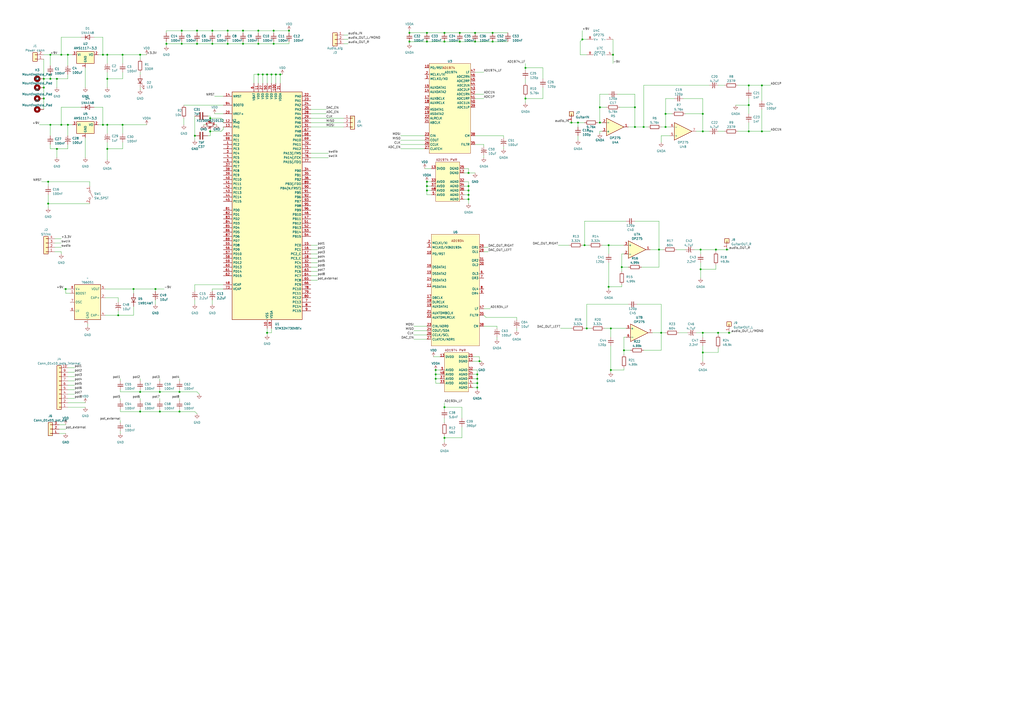
<source format=kicad_sch>
(kicad_sch (version 20230121) (generator eeschema)
  (paper "A2")
  (lib_symbols
    (symbol "Amplifier_Operational:OP275" (pin_names (offset 0.127))
      (property "Reference" "U" (at 0 5.08 0))
      (property "Value" "OP275" (at 0 -5.08 0))
      (symbol "OP275_1_1"
        (pin output line (at 7.62 0 180) (length 2.54) (name "~") (number "1"))
        (pin input line (at -7.62 -2.54 0) (length 2.54) (name "-") (number "2"))
        (pin input line (at -7.62 2.54 0) (length 2.54) (name "+") (number "3"))
      )
      (symbol "OP275_2_1"
        (pin input line (at -7.62 2.54 0) (length 2.54) (name "+") (number "5"))
        (pin input line (at -7.62 -2.54 0) (length 2.54) (name "-") (number "6"))
        (pin output line (at 7.62 0 180) (length 2.54) (name "~") (number "7"))
      )
      (symbol "OP275_3_1"
        (pin power_in line (at -2.54 -7.62 90) (length 3.81) (name "V-") (number "4"))
        (pin power_in line (at -2.54 7.62 270) (length 3.81) (name "V+") (number "8"))
      )
    )
    (symbol "Connector_Generic:Conn_01x01" (pin_names (offset 1.016) hide)
      (property "Reference" "J" (at 0 2.54 0))
      (property "Value" "Conn_01x01" (at 0 -2.54 0))
      (symbol "Conn_01x01_1_1"
        (pin passive line (at -5.08 0 0) (length 3.81) (name "Pin_1") (number "1"))
      )
    )
    (symbol "Connector_Generic:Conn_01x02" (pin_names (offset 1.016) hide)
      (property "Reference" "J" (at 0 2.54 0))
      (property "Value" "Conn_01x02" (at 0 -5.08 0))
      (symbol "Conn_01x02_1_1"
        (pin passive line (at -5.08 0 0) (length 3.81) (name "Pin_1") (number "1"))
        (pin passive line (at -5.08 -2.54 0) (length 3.81) (name "Pin_2") (number "2"))
      )
    )
    (symbol "Connector_Generic:Conn_01x03" (pin_names (offset 1.016) hide)
      (property "Reference" "J" (at 0 5.08 0))
      (property "Value" "Conn_01x03" (at 0 -5.08 0))
      (symbol "Conn_01x03_1_1"
        (pin passive line (at -5.08 2.54 0) (length 3.81) (name "Pin_1") (number "1"))
        (pin passive line (at -5.08 0 0) (length 3.81) (name "Pin_2") (number "2"))
        (pin passive line (at -5.08 -2.54 0) (length 3.81) (name "Pin_3") (number "3"))
      )
    )
    (symbol "Connector_Generic:Conn_01x04" (pin_names (offset 1.016) hide)
      (property "Reference" "J" (at 0 5.08 0))
      (property "Value" "Conn_01x04" (at 0 -7.62 0))
      (symbol "Conn_01x04_1_1"
        (pin passive line (at -5.08 2.54 0) (length 3.81) (name "Pin_1") (number "1"))
        (pin passive line (at -5.08 0 0) (length 3.81) (name "Pin_2") (number "2"))
        (pin passive line (at -5.08 -2.54 0) (length 3.81) (name "Pin_3") (number "3"))
        (pin passive line (at -5.08 -5.08 0) (length 3.81) (name "Pin_4") (number "4"))
      )
    )
    (symbol "Connector_Generic:Conn_01x10" (pin_names (offset 1.016) hide)
      (property "Reference" "J" (at 0 12.7 0))
      (property "Value" "Conn_01x10" (at 0 -15.24 0))
      (symbol "Conn_01x10_1_1"
        (pin passive line (at -5.08 10.16 0) (length 3.81) (name "Pin_1") (number "1"))
        (pin passive line (at -5.08 -12.7 0) (length 3.81) (name "Pin_10") (number "10"))
        (pin passive line (at -5.08 7.62 0) (length 3.81) (name "Pin_2") (number "2"))
        (pin passive line (at -5.08 5.08 0) (length 3.81) (name "Pin_3") (number "3"))
        (pin passive line (at -5.08 2.54 0) (length 3.81) (name "Pin_4") (number "4"))
        (pin passive line (at -5.08 0 0) (length 3.81) (name "Pin_5") (number "5"))
        (pin passive line (at -5.08 -2.54 0) (length 3.81) (name "Pin_6") (number "6"))
        (pin passive line (at -5.08 -5.08 0) (length 3.81) (name "Pin_7") (number "7"))
        (pin passive line (at -5.08 -7.62 0) (length 3.81) (name "Pin_8") (number "8"))
        (pin passive line (at -5.08 -10.16 0) (length 3.81) (name "Pin_9") (number "9"))
      )
    )
    (symbol "Device:C" (pin_numbers hide) (pin_names (offset 0.254))
      (property "Reference" "C" (at 0.635 2.54 0))
      (property "Value" "C" (at 0.635 -2.54 0))
      (symbol "C_1_1"
        (pin passive line (at 0 3.81 270) (length 2.794) (name "~") (number "1"))
        (pin passive line (at 0 -3.81 90) (length 2.794) (name "~") (number "2"))
      )
    )
    (symbol "Device:C_Polarized_Small_US" (pin_numbers hide) (pin_names (offset 0.254) hide)
      (property "Reference" "C" (at 0.254 1.778 0))
      (property "Value" "C_Polarized_Small_US" (at 0.254 -2.032 0))
      (symbol "C_Polarized_Small_US_1_1"
        (pin passive line (at 0 2.54 270) (length 2.032) (name "~") (number "1"))
        (pin passive line (at 0 -2.54 90) (length 2.032) (name "~") (number "2"))
      )
    )
    (symbol "Device:C_Small" (pin_numbers hide) (pin_names (offset 0.254) hide)
      (property "Reference" "C" (at 0.254 1.778 0))
      (property "Value" "C_Small" (at 0.254 -2.032 0))
      (symbol "C_Small_1_1"
        (pin passive line (at 0 2.54 270) (length 2.032) (name "~") (number "1"))
        (pin passive line (at 0 -2.54 90) (length 2.032) (name "~") (number "2"))
      )
    )
    (symbol "Device:Crystal_GND24_Small" (pin_names (offset 1.016) hide)
      (property "Reference" "Y" (at 1.27 4.445 0))
      (property "Value" "Crystal_GND24_Small" (at 1.27 2.54 0))
      (symbol "Crystal_GND24_Small_1_1"
        (pin passive line (at -2.54 0 0) (length 1.27) (name "1") (number "1"))
        (pin passive line (at 0 -2.54 90) (length 0.635) (name "2") (number "2"))
        (pin passive line (at 2.54 0 180) (length 1.27) (name "3") (number "3"))
        (pin passive line (at 0 2.54 270) (length 0.635) (name "4") (number "4"))
      )
    )
    (symbol "Device:LED" (pin_numbers hide) (pin_names (offset 1.016) hide)
      (property "Reference" "D" (at 0 2.54 0))
      (property "Value" "LED" (at 0 -2.54 0))
      (symbol "LED_1_1"
        (pin passive line (at -3.81 0 0) (length 2.54) (name "K") (number "1"))
        (pin passive line (at 3.81 0 180) (length 2.54) (name "A") (number "2"))
      )
    )
    (symbol "Device:R" (pin_numbers hide) (pin_names (offset 0))
      (property "Reference" "R" (at 2.032 0 90))
      (property "Value" "R" (at 0 0 90))
      (symbol "R_1_1"
        (pin passive line (at 0 3.81 270) (length 1.27) (name "~") (number "1"))
        (pin passive line (at 0 -3.81 90) (length 1.27) (name "~") (number "2"))
      )
    )
    (symbol "Diode:1N4148" (pin_numbers hide) (pin_names hide)
      (property "Reference" "D" (at 0 2.54 0))
      (property "Value" "1N4148" (at 0 -2.54 0))
      (symbol "1N4148_1_1"
        (pin passive line (at -3.81 0 0) (length 2.54) (name "K") (number "1"))
        (pin passive line (at 3.81 0 180) (length 2.54) (name "A") (number "2"))
      )
    )
    (symbol "Diode:1N914WT" (pin_numbers hide) (pin_names hide)
      (property "Reference" "D" (at 0 2.54 0))
      (property "Value" "1N914WT" (at 0 -2.54 0))
      (symbol "1N914WT_1_1"
        (pin passive line (at -3.81 0 0) (length 2.54) (name "K") (number "1"))
        (pin passive line (at 3.81 0 180) (length 2.54) (name "A") (number "2"))
      )
    )
    (symbol "MCU_ST_STM32H7:STM32H730VBTx"
      (property "Reference" "U" (at -20.32 67.31 0))
      (property "Value" "STM32H730VBTx" (at 10.16 67.31 0))
      (symbol "STM32H730VBTx_1_1"
        (pin bidirectional line (at -25.4 35.56 0) (length 5.08) (name "PE2") (number "1"))
        (pin power_in line (at 0 -71.12 90) (length 5.08) (name "VSS") (number "10"))
        (pin power_in line (at 5.08 71.12 270) (length 5.08) (name "VDD") (number "100"))
        (pin power_in line (at -5.08 71.12 270) (length 5.08) (name "VDD") (number "11"))
        (pin bidirectional line (at -25.4 48.26 0) (length 5.08) (name "PH0") (number "12"))
        (pin bidirectional line (at -25.4 45.72 0) (length 5.08) (name "PH1") (number "13"))
        (pin input line (at -25.4 63.5 0) (length 5.08) (name "NRST") (number "14"))
        (pin bidirectional line (at 25.4 -22.86 180) (length 5.08) (name "PC0") (number "15"))
        (pin bidirectional line (at 25.4 -25.4 180) (length 5.08) (name "PC1") (number "16"))
        (pin bidirectional line (at 25.4 -27.94 180) (length 5.08) (name "PC2_C") (number "17"))
        (pin bidirectional line (at 25.4 -30.48 180) (length 5.08) (name "PC3_C") (number "18"))
        (pin power_in line (at 2.54 -71.12 90) (length 5.08) (name "VSSA") (number "19"))
        (pin bidirectional line (at -25.4 33.02 0) (length 5.08) (name "PE3") (number "2"))
        (pin input line (at -25.4 53.34 0) (length 5.08) (name "VREF+") (number "20"))
        (pin power_in line (at 7.62 71.12 270) (length 5.08) (name "VDDA") (number "21"))
        (pin bidirectional line (at 25.4 63.5 180) (length 5.08) (name "PA0") (number "22"))
        (pin bidirectional line (at 25.4 60.96 180) (length 5.08) (name "PA1") (number "23"))
        (pin bidirectional line (at 25.4 58.42 180) (length 5.08) (name "PA2") (number "24"))
        (pin bidirectional line (at 25.4 55.88 180) (length 5.08) (name "PA3") (number "25"))
        (pin passive line (at 0 -71.12 90) (length 5.08) hide (name "VSS") (number "26"))
        (pin power_in line (at -2.54 71.12 270) (length 5.08) (name "VDD") (number "27"))
        (pin bidirectional line (at 25.4 53.34 180) (length 5.08) (name "PA4") (number "28"))
        (pin bidirectional line (at 25.4 50.8 180) (length 5.08) (name "PA5") (number "29"))
        (pin bidirectional line (at -25.4 30.48 0) (length 5.08) (name "PE4") (number "3"))
        (pin bidirectional line (at 25.4 48.26 180) (length 5.08) (name "PA6") (number "30"))
        (pin bidirectional line (at 25.4 45.72 180) (length 5.08) (name "PA7") (number "31"))
        (pin bidirectional line (at 25.4 -33.02 180) (length 5.08) (name "PC4") (number "32"))
        (pin bidirectional line (at 25.4 -35.56 180) (length 5.08) (name "PC5") (number "33"))
        (pin bidirectional line (at 25.4 20.32 180) (length 5.08) (name "PB0") (number "34"))
        (pin bidirectional line (at 25.4 17.78 180) (length 5.08) (name "PB1") (number "35"))
        (pin bidirectional line (at 25.4 15.24 180) (length 5.08) (name "PB2") (number "36"))
        (pin bidirectional line (at -25.4 22.86 0) (length 5.08) (name "PE7") (number "37"))
        (pin bidirectional line (at -25.4 20.32 0) (length 5.08) (name "PE8") (number "38"))
        (pin bidirectional line (at -25.4 17.78 0) (length 5.08) (name "PE9") (number "39"))
        (pin bidirectional line (at -25.4 27.94 0) (length 5.08) (name "PE5") (number "4"))
        (pin bidirectional line (at -25.4 15.24 0) (length 5.08) (name "PE10") (number "40"))
        (pin bidirectional line (at -25.4 12.7 0) (length 5.08) (name "PE11") (number "41"))
        (pin bidirectional line (at -25.4 10.16 0) (length 5.08) (name "PE12") (number "42"))
        (pin bidirectional line (at -25.4 7.62 0) (length 5.08) (name "PE13") (number "43"))
        (pin bidirectional line (at -25.4 5.08 0) (length 5.08) (name "PE14") (number "44"))
        (pin bidirectional line (at -25.4 2.54 0) (length 5.08) (name "PE15") (number "45"))
        (pin bidirectional line (at 25.4 -5.08 180) (length 5.08) (name "PB10") (number "46"))
        (pin bidirectional line (at 25.4 -7.62 180) (length 5.08) (name "PB11") (number "47"))
        (pin power_out line (at -25.4 -45.72 0) (length 5.08) (name "VCAP") (number "48"))
        (pin passive line (at 0 -71.12 90) (length 5.08) hide (name "VSS") (number "49"))
        (pin bidirectional line (at -25.4 25.4 0) (length 5.08) (name "PE6") (number "5"))
        (pin power_in line (at 0 71.12 270) (length 5.08) (name "VDD") (number "50"))
        (pin bidirectional line (at 25.4 -10.16 180) (length 5.08) (name "PB12") (number "51"))
        (pin bidirectional line (at 25.4 -12.7 180) (length 5.08) (name "PB13") (number "52"))
        (pin bidirectional line (at 25.4 -15.24 180) (length 5.08) (name "PB14") (number "53"))
        (pin bidirectional line (at 25.4 -17.78 180) (length 5.08) (name "PB15") (number "54"))
        (pin bidirectional line (at -25.4 -22.86 0) (length 5.08) (name "PD8") (number "55"))
        (pin bidirectional line (at -25.4 -25.4 0) (length 5.08) (name "PD9") (number "56"))
        (pin bidirectional line (at -25.4 -27.94 0) (length 5.08) (name "PD10") (number "57"))
        (pin bidirectional line (at -25.4 -30.48 0) (length 5.08) (name "PD11") (number "58"))
        (pin bidirectional line (at -25.4 -33.02 0) (length 5.08) (name "PD12") (number "59"))
        (pin power_in line (at -7.62 71.12 270) (length 5.08) (name "VBAT") (number "6"))
        (pin bidirectional line (at -25.4 -35.56 0) (length 5.08) (name "PD13") (number "60"))
        (pin bidirectional line (at -25.4 -38.1 0) (length 5.08) (name "PD14") (number "61"))
        (pin bidirectional line (at -25.4 -40.64 0) (length 5.08) (name "PD15") (number "62"))
        (pin bidirectional line (at 25.4 -38.1 180) (length 5.08) (name "PC6") (number "63"))
        (pin bidirectional line (at 25.4 -40.64 180) (length 5.08) (name "PC7") (number "64"))
        (pin bidirectional line (at 25.4 -43.18 180) (length 5.08) (name "PC8") (number "65"))
        (pin bidirectional line (at 25.4 -45.72 180) (length 5.08) (name "PC9") (number "66"))
        (pin bidirectional line (at 25.4 43.18 180) (length 5.08) (name "PA8") (number "67"))
        (pin bidirectional line (at 25.4 40.64 180) (length 5.08) (name "PA9") (number "68"))
        (pin bidirectional line (at 25.4 38.1 180) (length 5.08) (name "PA10") (number "69"))
        (pin bidirectional line (at 25.4 -55.88 180) (length 5.08) (name "PC13") (number "7"))
        (pin bidirectional line (at 25.4 35.56 180) (length 5.08) (name "PA11") (number "70"))
        (pin bidirectional line (at 25.4 33.02 180) (length 5.08) (name "PA12") (number "71"))
        (pin bidirectional line (at 25.4 30.48 180) (length 5.08) (name "PA13(JTMS") (number "72"))
        (pin power_out line (at -25.4 -48.26 0) (length 5.08) (name "VCAP") (number "73"))
        (pin passive line (at 0 -71.12 90) (length 5.08) hide (name "VSS") (number "74"))
        (pin power_in line (at 2.54 71.12 270) (length 5.08) (name "VDD") (number "75"))
        (pin bidirectional line (at 25.4 27.94 180) (length 5.08) (name "PA14(JTCK") (number "76"))
        (pin bidirectional line (at 25.4 25.4 180) (length 5.08) (name "PA15(JTDI)") (number "77"))
        (pin bidirectional line (at 25.4 -48.26 180) (length 5.08) (name "PC10") (number "78"))
        (pin bidirectional line (at 25.4 -50.8 180) (length 5.08) (name "PC11") (number "79"))
        (pin bidirectional line (at 25.4 -58.42 180) (length 5.08) (name "PC14") (number "8"))
        (pin bidirectional line (at 25.4 -53.34 180) (length 5.08) (name "PC12") (number "80"))
        (pin bidirectional line (at -25.4 -2.54 0) (length 5.08) (name "PD0") (number "81"))
        (pin bidirectional line (at -25.4 -5.08 0) (length 5.08) (name "PD1") (number "82"))
        (pin bidirectional line (at -25.4 -7.62 0) (length 5.08) (name "PD2") (number "83"))
        (pin bidirectional line (at -25.4 -10.16 0) (length 5.08) (name "PD3") (number "84"))
        (pin bidirectional line (at -25.4 -12.7 0) (length 5.08) (name "PD4") (number "85"))
        (pin bidirectional line (at -25.4 -15.24 0) (length 5.08) (name "PD5") (number "86"))
        (pin bidirectional line (at -25.4 -17.78 0) (length 5.08) (name "PD6") (number "87"))
        (pin bidirectional line (at -25.4 -20.32 0) (length 5.08) (name "PD7") (number "88"))
        (pin bidirectional line (at 25.4 12.7 180) (length 5.08) (name "PB3(JTDO") (number "89"))
        (pin bidirectional line (at 25.4 -60.96 180) (length 5.08) (name "PC15") (number "9"))
        (pin bidirectional line (at 25.4 10.16 180) (length 5.08) (name "PB4(NJTRST)") (number "90"))
        (pin bidirectional line (at 25.4 7.62 180) (length 5.08) (name "PB5") (number "91"))
        (pin bidirectional line (at 25.4 5.08 180) (length 5.08) (name "PB6") (number "92"))
        (pin bidirectional line (at 25.4 2.54 180) (length 5.08) (name "PB7") (number "93"))
        (pin input line (at -25.4 58.42 0) (length 5.08) (name "BOOT0") (number "94"))
        (pin bidirectional line (at 25.4 0 180) (length 5.08) (name "PB8") (number "95"))
        (pin bidirectional line (at 25.4 -2.54 180) (length 5.08) (name "PB9") (number "96"))
        (pin bidirectional line (at -25.4 40.64 0) (length 5.08) (name "PE0") (number "97"))
        (pin bidirectional line (at -25.4 38.1 0) (length 5.08) (name "PE1") (number "98"))
        (pin passive line (at 0 -71.12 90) (length 5.08) hide (name "VSS") (number "99"))
      )
    )
    (symbol "Mechanical:MountingHole_Pad" (pin_numbers hide) (pin_names (offset 1.016) hide)
      (property "Reference" "H" (at 0 6.35 0))
      (property "Value" "MountingHole_Pad" (at 0 4.445 0))
      (symbol "MountingHole_Pad_1_1"
        (pin input line (at 0 -2.54 90) (length 2.54) (name "1") (number "1"))
      )
    )
    (symbol "Regulator_Linear:AMS1117-3.3"
      (property "Reference" "U" (at -3.81 3.175 0))
      (property "Value" "AMS1117-3.3" (at 0 3.175 0))
      (symbol "AMS1117-3.3_1_1"
        (pin power_in line (at 0 -7.62 90) (length 2.54) (name "GND") (number "1"))
        (pin power_out line (at 7.62 0 180) (length 2.54) (name "VO") (number "2"))
        (pin power_in line (at -7.62 0 0) (length 2.54) (name "VI") (number "3"))
      )
    )
    (symbol "Switch:SW_SPST" (pin_names (offset 0) hide)
      (property "Reference" "SW" (at 0 3.175 0))
      (property "Value" "SW_SPST" (at 0 -2.54 0))
      (symbol "SW_SPST_1_1"
        (pin passive line (at -5.08 0 0) (length 2.54) (name "A") (number "1"))
        (pin passive line (at 5.08 0 180) (length 2.54) (name "B") (number "2"))
      )
    )
    (symbol "power:GND" (power) (pin_names (offset 0))
      (property "Value" "GND" (at 0 -3.81 0))
      (symbol "GND_1_1"
        (pin power_in line (at 0 0 270) (length 0) hide (name "GND") (number "1"))
      )
    )
    (symbol "power:GNDA" (power) (pin_names (offset 0))
      (property "Value" "GNDA" (at 0 -3.81 0))
      (symbol "GNDA_1_1"
        (pin power_in line (at 0 0 270) (length 0) hide (name "GNDA") (number "1"))
      )
    )
    (symbol "power:VDD" (power) (pin_names (offset 0))
      (property "Value" "VDD" (at 0 3.81 0))
      (symbol "VDD_1_1"
        (pin power_in line (at 0 0 90) (length 0) hide (name "VDD") (number "1"))
      )
    )
    (symbol "power:VDDA" (power) (pin_names (offset 0))
      (property "Value" "VDDA" (at 0 3.81 0))
      (symbol "VDDA_1_1"
        (pin power_in line (at 0 0 90) (length 0) hide (name "VDDA") (number "1"))
      )
    )
    (symbol "stm_audio:7660S"
      (property "Reference" "7660S" (at 0 0 0))
      (symbol "7660S_1_1"
        (pin input line (at -10.16 -8.89 0) (length 2.54) (name "BOOST") (number "1"))
        (pin input line (at 10.16 -11.43 180) (length 2.54) (name "CAP+") (number "2"))
        (pin power_in line (at 0 -26.67 90) (length 2.54) (name "GND") (number "3"))
        (pin input line (at 10.16 -21.59 180) (length 2.54) (name "CAP-") (number "4"))
        (pin power_out line (at 10.16 -6.35 180) (length 2.54) (name "VOUT") (number "5"))
        (pin input line (at -10.16 -19.05 0) (length 2.54) (name "LV") (number "6"))
        (pin input line (at -10.16 -13.97 0) (length 2.54) (name "OSC") (number "7"))
        (pin power_in line (at -10.16 -6.35 0) (length 2.54) (name "V+") (number "8"))
      )
    )
    (symbol "stm_audio:AD1934"
      (property "Reference" "U" (at 15.24 30.48 0))
      (symbol "AD1934_1_1"
        (text "AD1934\n" (at 16.51 27.94 0) (effects (font (size 1.27 1.27))))
        (text "AD1974 PWR\n" (at 15.24 -35.56 0) (effects (font (size 1.27 1.27))))
        (pin input line (at 25.4 -57.15 180) (length 2.54) (name "AGND") (number "1"))
        (pin input line (at -1.27 20.32 0) (length 2.54) (name "PD/RST") (number "10"))
        (pin bidirectional line (at -1.27 1.27 0) (length 2.54) (name "PSDATA4") (number "11"))
        (pin input line (at 25.4 -41.91 180) (length 2.54) (name "DGND") (number "12"))
        (pin input line (at 6.35 -39.37 0) (length 2.54) (name "DVDD") (number "13"))
        (pin bidirectional line (at -1.27 5.08 0) (length 2.54) (name "DSDATA3") (number "14"))
        (pin bidirectional line (at -1.27 8.89 0) (length 2.54) (name "DSDATA2") (number "15"))
        (pin input line (at -1.27 12.7 0) (length 2.54) (name "DSDATA1") (number "16"))
        (pin bidirectional line (at -1.27 -5.08 0) (length 2.54) (name "DBCLK") (number "17"))
        (pin bidirectional line (at -1.27 -7.62 0) (length 2.54) (name "DLRCLK") (number "18"))
        (pin output line (at -1.27 -10.16 0) (length 2.54) (name "AUXDATA1") (number "19"))
        (pin input line (at -1.27 26.67 0) (length 2.54) (name "MCLKI/XI") (number "2"))
        (pin bidirectional line (at -1.27 -13.97 0) (length 2.54) (name "AUXTDMBCLK") (number "21"))
        (pin input line (at -1.27 -16.51 0) (length 2.54) (name "AUXTDMLRCLK") (number "22"))
        (pin input line (at -1.27 -21.59 0) (length 2.54) (name "CIN/ADR0") (number "23"))
        (pin bidirectional line (at -1.27 -24.13 0) (length 2.54) (name "COUT/SDA") (number "24"))
        (pin input line (at 25.4 -39.37 180) (length 2.54) (name "DGND") (number "25"))
        (pin input line (at -1.27 -26.67 0) (length 2.54) (name "CCLK/SCL") (number "26"))
        (pin input line (at -1.27 -29.21 0) (length 2.54) (name "CLATCH/ADR1") (number "27"))
        (pin output line (at 31.75 21.59 180) (length 2.54) (name "OL1") (number "28"))
        (pin output line (at 31.75 24.13 180) (length 2.54) (name "OR1") (number "29"))
        (pin output line (at -1.27 24.13 0) (length 2.54) (name "MCLKO/XO") (number "3"))
        (pin output line (at 31.75 13.97 180) (length 2.54) (name "OL2") (number "30"))
        (pin output line (at 31.75 16.51 180) (length 2.54) (name "OR2") (number "31"))
        (pin input line (at 25.4 -46.99 180) (length 2.54) (name "AGND") (number "32"))
        (pin input line (at 6.35 -54.61 0) (length 2.54) (name "AVDD") (number "33"))
        (pin input line (at 25.4 -49.53 180) (length 2.54) (name "AGND") (number "34"))
        (pin input line (at 31.75 -15.24 180) (length 2.54) (name "FILTR") (number "35"))
        (pin input line (at 25.4 -52.07 180) (length 2.54) (name "AGND") (number "36"))
        (pin input line (at 6.35 -52.07 0) (length 2.54) (name "AVDD") (number "37"))
        (pin input line (at 31.75 -21.59 180) (length 2.54) (name "CM") (number "38"))
        (pin input line (at 25.4 -54.61 180) (length 2.54) (name "AGND") (number "4"))
        (pin output line (at 31.75 -11.43 180) (length 2.54) (name "LF") (number "47"))
        (pin input line (at 6.35 -49.53 0) (length 2.54) (name "AVDD") (number "48"))
        (pin input line (at 6.35 -46.99 0) (length 2.54) (name "AVDD") (number "5"))
        (pin output line (at 31.75 8.89 180) (length 2.54) (name "OL3") (number "6"))
        (pin output line (at 31.75 6.35 180) (length 2.54) (name "OR3") (number "7"))
        (pin output line (at 31.75 0 180) (length 2.54) (name "OL4") (number "8"))
        (pin output line (at 31.75 -2.54 180) (length 2.54) (name "OR4") (number "9"))
      )
    )
    (symbol "stm_audio:AD1974"
      (property "Reference" "U" (at 10.16 -1.27 0))
      (symbol "AD1974_1_1"
        (text "AD1974" (at 12.7 -5.08 0) (effects (font (size 1.27 1.27))))
        (text "AD1974 PWR\n" (at 11.43 -58.42 0) (effects (font (size 1.27 1.27))))
        (pin input line (at 21.59 -81.28 180) (length 2.54) (name "AGND") (number "1"))
        (pin input line (at -1.27 -5.08 0) (length 2.54) (name "PD/RST") (number "10"))
        (pin input line (at 21.59 -66.04 180) (length 2.54) (name "DGND") (number "12"))
        (pin input line (at 2.54 -63.5 0) (length 2.54) (name "DVDD") (number "13"))
        (pin input line (at -1.27 -19.05 0) (length 2.54) (name "AUXDATA2") (number "14"))
        (pin input line (at -1.27 -16.51 0) (length 2.54) (name "AUXDATA1") (number "15"))
        (pin input line (at -1.27 -22.86 0) (length 2.54) (name "AUXBCLK") (number "17"))
        (pin input line (at -1.27 -25.4 0) (length 2.54) (name "AUXRCLK") (number "18"))
        (pin input line (at -1.27 -31.75 0) (length 2.54) (name "ASDATA2") (number "19"))
        (pin input line (at -1.27 -8.89 0) (length 2.54) (name "MCLKI/XI") (number "2"))
        (pin input line (at -1.27 -29.21 0) (length 2.54) (name "ASDATA1") (number "20"))
        (pin input line (at -1.27 -36.83 0) (length 2.54) (name "ABCLK") (number "21"))
        (pin input line (at -1.27 -34.29 0) (length 2.54) (name "ALRCLK") (number "22"))
        (pin input line (at -1.27 -44.45 0) (length 2.54) (name "CIN") (number "23"))
        (pin input line (at -1.27 -46.99 0) (length 2.54) (name "COUT") (number "24"))
        (pin input line (at 21.59 -63.5 180) (length 2.54) (name "DGND") (number "25"))
        (pin input line (at -1.27 -49.53 0) (length 2.54) (name "CCLK") (number "26"))
        (pin input line (at -1.27 -52.07 0) (length 2.54) (name "CLATCH") (number "27"))
        (pin output line (at -1.27 -11.43 0) (length 2.54) (name "MCLKO/XO") (number "3"))
        (pin input line (at 21.59 -71.12 180) (length 2.54) (name "AGND") (number "32"))
        (pin input line (at 2.54 -71.12 0) (length 2.54) (name "AVDD") (number "33"))
        (pin input line (at 21.59 -73.66 180) (length 2.54) (name "AGND") (number "34"))
        (pin input line (at 27.94 -49.53 180) (length 2.54) (name "FILTR") (number "35"))
        (pin input line (at 21.59 -76.2 180) (length 2.54) (name "AGND") (number "36"))
        (pin input line (at 2.54 -73.66 0) (length 2.54) (name "AVDD") (number "37"))
        (pin input line (at 27.94 -44.45 180) (length 2.54) (name "CM") (number "38"))
        (pin input line (at 27.94 -27.94 180) (length 2.54) (name "ADC1LP") (number "39"))
        (pin input line (at 21.59 -78.74 180) (length 2.54) (name "AGND") (number "4"))
        (pin input line (at 27.94 -25.4 180) (length 2.54) (name "ADC1LN") (number "40"))
        (pin input line (at 27.94 -22.86 180) (length 2.54) (name "ADC1RP") (number "41"))
        (pin input line (at 27.94 -20.32 180) (length 2.54) (name "ADC1RN") (number "42"))
        (pin input line (at 27.94 -17.78 180) (length 2.54) (name "ADC2LP") (number "43"))
        (pin input line (at 27.94 -15.24 180) (length 2.54) (name "ADC2LN") (number "44"))
        (pin input line (at 27.94 -12.7 180) (length 2.54) (name "ADC2RP") (number "45"))
        (pin input line (at 27.94 -10.16 180) (length 2.54) (name "ADC2RN") (number "46"))
        (pin input line (at 27.94 -7.62 180) (length 2.54) (name "LF") (number "47"))
        (pin input line (at 2.54 -76.2 0) (length 2.54) (name "AVDD") (number "48"))
        (pin input line (at 2.54 -78.74 0) (length 2.54) (name "AVDD") (number "5"))
      )
    )
  )
  (junction (at 257.81 254))
  (junction (at 92.71 227.33))
  (junction (at 121.92 68.58))
  (junction (at 35.56 72.39))
  (junction (at 71.12 72.39))
  (junction (at 39.37 31.75))
  (junction (at 422.91 193.04))
  (junction (at 114.3 25.4))
  (junction (at 247.65 107.95))
  (junction (at 271.78 107.95))
  (junction (at 354.33 190.5))
  (junction (at 81.28 238.76))
  (junction (at 407.67 66.04))
  (junction (at 59.69 31.75))
  (junction (at 407.67 76.2))
  (junction (at 25.4 45.72))
  (junction (at 276.86 222.25))
  (junction (at 406.4 144.78))
  (junction (at 276.86 224.79))
  (junction (at 304.8 57.15))
  (junction (at 360.68 154.94))
  (junction (at 160.02 43.18))
  (junction (at 158.75 25.4))
  (junction (at 132.08 17.78))
  (junction (at 340.36 190.5))
  (junction (at 105.41 25.4))
  (junction (at 71.12 31.75))
  (junction (at 123.19 17.78))
  (junction (at 123.19 25.4))
  (junction (at 434.34 49.53))
  (junction (at 416.56 193.04))
  (junction (at 158.75 17.78))
  (junction (at 27.94 118.11))
  (junction (at 252.73 219.71))
  (junction (at 167.64 17.78))
  (junction (at 35.56 31.75))
  (junction (at 275.59 19.05))
  (junction (at 114.3 17.78))
  (junction (at 247.65 110.49))
  (junction (at 271.78 100.33))
  (junction (at 237.49 19.05))
  (junction (at 81.28 227.33))
  (junction (at 27.94 105.41))
  (junction (at 162.56 43.18))
  (junction (at 368.3 73.66))
  (junction (at 113.03 78.74))
  (junction (at 247.65 24.13))
  (junction (at 347.98 71.12))
  (junction (at 285.75 24.13))
  (junction (at 39.37 72.39))
  (junction (at 247.65 105.41))
  (junction (at 406.4 156.21))
  (junction (at 339.09 142.24))
  (junction (at 105.41 17.78))
  (junction (at 62.23 45.72))
  (junction (at 68.58 182.88))
  (junction (at 154.94 43.18))
  (junction (at 33.02 45.72))
  (junction (at 25.4 57.15))
  (junction (at 434.34 76.2))
  (junction (at 353.06 142.24))
  (junction (at 92.71 238.76))
  (junction (at 38.1 167.64))
  (junction (at 149.86 25.4))
  (junction (at 252.73 214.63))
  (junction (at 434.34 60.96))
  (junction (at 29.21 72.39))
  (junction (at 104.14 227.33))
  (junction (at 29.21 31.75))
  (junction (at 285.75 19.05))
  (junction (at 337.82 22.86))
  (junction (at 335.28 71.12))
  (junction (at 421.64 144.78))
  (junction (at 154.94 193.04))
  (junction (at 407.67 204.47))
  (junction (at 353.06 166.37))
  (junction (at 304.8 39.37))
  (junction (at 361.95 203.2))
  (junction (at 331.47 71.12))
  (junction (at 96.52 25.4))
  (junction (at 121.92 76.2))
  (junction (at 62.23 86.36))
  (junction (at 77.47 167.64))
  (junction (at 266.7 24.13))
  (junction (at 278.13 209.55))
  (junction (at 347.98 62.23))
  (junction (at 157.48 43.18))
  (junction (at 247.65 19.05))
  (junction (at 29.21 45.72))
  (junction (at 354.33 214.63))
  (junction (at 33.02 86.36))
  (junction (at 140.97 25.4))
  (junction (at 382.27 144.78))
  (junction (at 276.86 219.71))
  (junction (at 441.96 49.53))
  (junction (at 149.86 43.18))
  (junction (at 386.08 66.04))
  (junction (at 271.78 115.57))
  (junction (at 271.78 113.03))
  (junction (at 149.86 17.78))
  (junction (at 383.54 193.04))
  (junction (at 368.3 62.23))
  (junction (at 237.49 24.13))
  (junction (at 441.96 76.2))
  (junction (at 386.08 73.66))
  (junction (at 275.59 24.13))
  (junction (at 132.08 25.4))
  (junction (at 59.69 72.39))
  (junction (at 62.23 72.39))
  (junction (at 140.97 17.78))
  (junction (at 152.4 43.18))
  (junction (at 407.67 193.04))
  (junction (at 257.81 19.05))
  (junction (at 90.17 167.64))
  (junction (at 415.29 144.78))
  (junction (at 81.28 31.75))
  (junction (at 355.6 31.75))
  (junction (at 373.38 73.66))
  (junction (at 62.23 31.75))
  (junction (at 257.81 236.22))
  (junction (at 252.73 217.17))
  (junction (at 276.86 217.17))
  (junction (at 104.14 238.76))
  (junction (at 257.81 24.13))
  (junction (at 25.4 50.8))
  (junction (at 271.78 110.49))
  (junction (at 266.7 19.05))
  (wire (pts (xy 69.85 237.49) (xy 69.85 238.76)))
  (wire (pts (xy 341.63 142.24) (xy 339.09 142.24)))
  (wire (pts (xy 415.29 144.78) (xy 421.64 144.78)))
  (wire (pts (xy 158.75 24.13) (xy 158.75 25.4)))
  (wire (pts (xy 353.06 142.24) (xy 353.06 147.32)))
  (wire (pts (xy 39.37 223.52) (xy 43.18 223.52)))
  (wire (pts (xy 360.68 147.32) (xy 361.95 147.32)))
  (wire (pts (xy 81.28 219.71) (xy 81.28 220.98)))
  (wire (pts (xy 59.69 72.39) (xy 62.23 72.39)))
  (wire (pts (xy 36.83 167.64) (xy 38.1 167.64)))
  (wire (pts (xy 427.99 49.53) (xy 434.34 49.53)))
  (wire (pts (xy 350.52 190.5) (xy 354.33 190.5)))
  (wire (pts (xy 237.49 24.13) (xy 237.49 25.4)))
  (wire (pts (xy 92.71 227.33) (xy 104.14 227.33)))
  (wire (pts (xy 35.56 72.39) (xy 39.37 72.39)))
  (wire (pts (xy 57.15 31.75) (xy 59.69 31.75)))
  (wire (pts (xy 274.32 209.55) (xy 278.13 209.55)))
  (wire (pts (xy 180.34 71.12) (xy 199.39 71.12)))
  (wire (pts (xy 104.14 219.71) (xy 104.14 220.98)))
  (wire (pts (xy 257.81 236.22) (xy 257.81 237.49)))
  (wire (pts (xy 247.65 107.95) (xy 250.19 107.95)))
  (wire (pts (xy 386.08 66.04) (xy 386.08 73.66)))
  (wire (pts (xy 121.92 76.2) (xy 128.27 76.2)))
  (wire (pts (xy 340.36 176.53) (xy 340.36 190.5)))
  (wire (pts (xy 199.39 25.4) (xy 201.93 25.4)))
  (wire (pts (xy 275.59 19.05) (xy 285.75 19.05)))
  (wire (pts (xy 106.68 68.58) (xy 106.68 72.39)))
  (wire (pts (xy 121.92 67.31) (xy 121.92 68.58)))
  (wire (pts (xy 271.78 115.57) (xy 271.78 118.11)))
  (wire (pts (xy 240.03 191.77) (xy 247.65 191.77)))
  (wire (pts (xy 62.23 45.72) (xy 62.23 50.8)))
  (wire (pts (xy 403.86 76.2) (xy 407.67 76.2)))
  (wire (pts (xy 407.67 76.2) (xy 411.48 76.2)))
  (wire (pts (xy 269.24 110.49) (xy 271.78 110.49)))
  (wire (pts (xy 180.34 68.58) (xy 199.39 68.58)))
  (wire (pts (xy 257.81 242.57) (xy 257.81 245.11)))
  (wire (pts (xy 121.92 78.74) (xy 121.92 76.2)))
  (wire (pts (xy 304.8 39.37) (xy 304.8 40.64)))
  (wire (pts (xy 274.32 222.25) (xy 276.86 222.25)))
  (wire (pts (xy 383.54 176.53) (xy 383.54 193.04)))
  (wire (pts (xy 114.3 24.13) (xy 114.3 25.4)))
  (wire (pts (xy 154.94 48.26) (xy 154.94 43.18)))
  (wire (pts (xy 49.53 80.01) (xy 49.53 91.44)))
  (wire (pts (xy 304.8 57.15) (xy 314.96 57.15)))
  (wire (pts (xy 81.28 238.76) (xy 92.71 238.76)))
  (wire (pts (xy 232.41 81.28) (xy 246.38 81.28)))
  (wire (pts (xy 252.73 217.17) (xy 252.73 219.71)))
  (wire (pts (xy 276.86 222.25) (xy 276.86 224.79)))
  (wire (pts (xy 347.98 71.12) (xy 349.25 71.12)))
  (wire (pts (xy 90.17 173.99) (xy 90.17 176.53)))
  (wire (pts (xy 331.47 71.12) (xy 335.28 71.12)))
  (wire (pts (xy 402.59 144.78) (xy 406.4 144.78)))
  (wire (pts (xy 335.28 78.74) (xy 335.28 81.28)))
  (wire (pts (xy 158.75 19.05) (xy 158.75 17.78)))
  (wire (pts (xy 280.67 146.05) (xy 283.21 146.05)))
  (wire (pts (xy 38.1 167.64) (xy 40.64 167.64)))
  (wire (pts (xy 71.12 36.83) (xy 71.12 31.75)))
  (wire (pts (xy 416.56 76.2) (xy 420.37 76.2)))
  (wire (pts (xy 266.7 19.05) (xy 275.59 19.05)))
  (wire (pts (xy 38.1 170.18) (xy 40.64 170.18)))
  (wire (pts (xy 69.85 250.19) (xy 69.85 251.46)))
  (wire (pts (xy 31.75 138.43) (xy 35.56 138.43)))
  (wire (pts (xy 252.73 219.71) (xy 255.27 219.71)))
  (wire (pts (xy 278.13 209.55) (xy 279.4 209.55)))
  (wire (pts (xy 31.75 143.51) (xy 35.56 143.51)))
  (wire (pts (xy 71.12 41.91) (xy 71.12 45.72)))
  (wire (pts (xy 113.03 173.99) (xy 113.03 176.53)))
  (wire (pts (xy 199.39 22.86) (xy 201.93 22.86)))
  (wire (pts (xy 275.59 83.82) (xy 280.67 83.82)))
  (wire (pts (xy 337.82 142.24) (xy 339.09 142.24)))
  (wire (pts (xy 441.96 49.53) (xy 447.04 49.53)))
  (wire (pts (xy 60.96 172.72) (xy 68.58 172.72)))
  (wire (pts (xy 354.33 214.63) (xy 354.33 215.9)))
  (wire (pts (xy 149.86 48.26) (xy 149.86 43.18)))
  (wire (pts (xy 257.81 19.05) (xy 266.7 19.05)))
  (wire (pts (xy 77.47 167.64) (xy 77.47 170.18)))
  (wire (pts (xy 434.34 57.15) (xy 434.34 60.96)))
  (wire (pts (xy 252.73 214.63) (xy 252.73 217.17)))
  (wire (pts (xy 59.69 62.23) (xy 59.69 72.39)))
  (wire (pts (xy 123.19 24.13) (xy 123.19 25.4)))
  (wire (pts (xy 121.92 68.58) (xy 128.27 68.58)))
  (wire (pts (xy 39.37 31.75) (xy 39.37 38.1)))
  (wire (pts (xy 354.33 200.66) (xy 354.33 214.63)))
  (wire (pts (xy 104.14 226.06) (xy 104.14 227.33)))
  (wire (pts (xy 81.28 231.14) (xy 81.28 232.41)))
  (wire (pts (xy 406.4 156.21) (xy 415.29 156.21)))
  (wire (pts (xy 276.86 217.17) (xy 276.86 219.71)))
  (wire (pts (xy 62.23 82.55) (xy 62.23 86.36)))
  (wire (pts (xy 280.67 143.51) (xy 283.21 143.51)))
  (wire (pts (xy 39.37 83.82) (xy 39.37 86.36)))
  (wire (pts (xy 441.96 49.53) (xy 441.96 58.42)))
  (wire (pts (xy 81.28 34.29) (xy 81.28 31.75)))
  (wire (pts (xy 167.64 19.05) (xy 167.64 17.78)))
  (wire (pts (xy 124.46 55.88) (xy 129.54 55.88)))
  (wire (pts (xy 149.86 43.18) (xy 152.4 43.18)))
  (wire (pts (xy 104.14 231.14) (xy 104.14 232.41)))
  (wire (pts (xy 340.36 176.53) (xy 364.49 176.53)))
  (wire (pts (xy 69.85 227.33) (xy 81.28 227.33)))
  (wire (pts (xy 92.71 237.49) (xy 92.71 238.76)))
  (wire (pts (xy 386.08 73.66) (xy 383.54 73.66)))
  (wire (pts (xy 124.46 66.04) (xy 129.54 66.04)))
  (wire (pts (xy 27.94 118.11) (xy 52.07 118.11)))
  (wire (pts (xy 59.69 21.59) (xy 59.69 31.75)))
  (wire (pts (xy 304.8 36.83) (xy 304.8 39.37)))
  (wire (pts (xy 71.12 82.55) (xy 71.12 86.36)))
  (wire (pts (xy 132.08 17.78) (xy 140.97 17.78)))
  (wire (pts (xy 382.27 144.78) (xy 382.27 154.94)))
  (wire (pts (xy 123.19 173.99) (xy 123.19 176.53)))
  (wire (pts (xy 354.33 190.5) (xy 363.22 190.5)))
  (wire (pts (xy 407.67 193.04) (xy 416.56 193.04)))
  (wire (pts (xy 81.28 237.49) (xy 81.28 238.76)))
  (wire (pts (xy 441.96 76.2) (xy 447.04 76.2)))
  (wire (pts (xy 247.65 19.05) (xy 257.81 19.05)))
  (wire (pts (xy 180.34 88.9) (xy 190.5 88.9)))
  (wire (pts (xy 281.94 184.15) (xy 280.67 182.88)))
  (wire (pts (xy 353.06 166.37) (xy 360.68 166.37)))
  (wire (pts (xy 149.86 24.13) (xy 149.86 25.4)))
  (wire (pts (xy 96.52 24.13) (xy 96.52 25.4)))
  (wire (pts (xy 353.06 54.61) (xy 347.98 54.61)))
  (wire (pts (xy 114.3 227.33) (xy 115.57 228.6)))
  (wire (pts (xy 314.96 57.15) (xy 314.96 50.8)))
  (wire (pts (xy 114.3 19.05) (xy 114.3 17.78)))
  (wire (pts (xy 105.41 17.78) (xy 114.3 17.78)))
  (wire (pts (xy 416.56 49.53) (xy 420.37 49.53)))
  (wire (pts (xy 368.3 62.23) (xy 368.3 54.61)))
  (wire (pts (xy 62.23 31.75) (xy 71.12 31.75)))
  (wire (pts (xy 257.81 252.73) (xy 257.81 254)))
  (wire (pts (xy 364.49 73.66) (xy 368.3 73.66)))
  (wire (pts (xy 149.86 17.78) (xy 158.75 17.78)))
  (wire (pts (xy 25.4 31.75) (xy 29.21 31.75)))
  (wire (pts (xy 60.96 167.64) (xy 77.47 167.64)))
  (wire (pts (xy 247.65 105.41) (xy 250.19 105.41)))
  (wire (pts (xy 62.23 86.36) (xy 71.12 86.36)))
  (wire (pts (xy 275.59 41.91) (xy 280.67 41.91)))
  (wire (pts (xy 373.38 203.2) (xy 383.54 203.2)))
  (wire (pts (xy 257.81 254) (xy 257.81 256.54)))
  (wire (pts (xy 69.85 231.14) (xy 69.85 232.41)))
  (wire (pts (xy 271.78 113.03) (xy 271.78 115.57)))
  (wire (pts (xy 275.59 54.61) (xy 280.67 54.61)))
  (wire (pts (xy 353.06 142.24) (xy 361.95 142.24)))
  (wire (pts (xy 335.28 71.12) (xy 335.28 73.66)))
  (wire (pts (xy 160.02 43.18) (xy 157.48 43.18)))
  (wire (pts (xy 407.67 57.15) (xy 407.67 66.04)))
  (wire (pts (xy 386.08 73.66) (xy 388.62 73.66)))
  (wire (pts (xy 386.08 57.15) (xy 386.08 66.04)))
  (wire (pts (xy 34.29 248.92) (xy 38.1 248.92)))
  (wire (pts (xy 39.37 215.9) (xy 43.18 215.9)))
  (wire (pts (xy 95.25 167.64) (xy 90.17 167.64)))
  (wire (pts (xy 292.1 78.74) (xy 292.1 80.01)))
  (wire (pts (xy 92.71 219.71) (xy 92.71 220.98)))
  (wire (pts (xy 416.56 193.04) (xy 416.56 194.31)))
  (wire (pts (xy 147.32 43.18) (xy 149.86 43.18)))
  (wire (pts (xy 416.56 201.93) (xy 416.56 204.47)))
  (wire (pts (xy 360.68 166.37) (xy 360.68 165.1)))
  (wire (pts (xy 160.02 48.26) (xy 160.02 43.18)))
  (wire (pts (xy 140.97 19.05) (xy 140.97 17.78)))
  (wire (pts (xy 266.7 24.13) (xy 275.59 24.13)))
  (wire (pts (xy 292.1 85.09) (xy 292.1 86.36)))
  (wire (pts (xy 123.19 25.4) (xy 114.3 25.4)))
  (wire (pts (xy 35.56 146.05) (xy 31.75 146.05)))
  (wire (pts (xy 325.12 190.5) (xy 331.47 190.5)))
  (wire (pts (xy 50.8 187.96) (xy 50.8 189.23)))
  (wire (pts (xy 39.37 72.39) (xy 39.37 78.74)))
  (wire (pts (xy 247.65 110.49) (xy 247.65 113.03)))
  (wire (pts (xy 39.37 220.98) (xy 43.18 220.98)))
  (wire (pts (xy 369.57 176.53) (xy 383.54 176.53)))
  (wire (pts (xy 69.85 219.71) (xy 69.85 220.98)))
  (wire (pts (xy 81.28 31.75) (xy 85.09 31.75)))
  (wire (pts (xy 397.51 66.04) (xy 407.67 66.04)))
  (wire (pts (xy 96.52 25.4) (xy 96.52 26.67)))
  (wire (pts (xy 257.81 254) (xy 267.97 254)))
  (wire (pts (xy 274.32 219.71) (xy 276.86 219.71)))
  (wire (pts (xy 140.97 24.13) (xy 140.97 25.4)))
  (wire (pts (xy 354.33 190.5) (xy 354.33 195.58)))
  (wire (pts (xy 237.49 19.05) (xy 247.65 19.05)))
  (wire (pts (xy 360.68 154.94) (xy 360.68 157.48)))
  (wire (pts (xy 113.03 67.31) (xy 113.03 78.74)))
  (wire (pts (xy 415.29 153.67) (xy 415.29 156.21)))
  (wire (pts (xy 27.94 105.41) (xy 27.94 107.95)))
  (wire (pts (xy 299.72 190.5) (xy 299.72 191.77)))
  (wire (pts (xy 323.85 142.24) (xy 330.2 142.24)))
  (wire (pts (xy 132.08 24.13) (xy 132.08 25.4)))
  (wire (pts (xy 29.21 72.39) (xy 29.21 78.74)))
  (wire (pts (xy 407.67 200.66) (xy 407.67 204.47)))
  (wire (pts (xy 257.81 24.13) (xy 266.7 24.13)))
  (wire (pts (xy 427.99 76.2) (xy 434.34 76.2)))
  (wire (pts (xy 354.33 214.63) (xy 361.95 214.63)))
  (wire (pts (xy 251.46 207.01) (xy 255.27 207.01)))
  (wire (pts (xy 392.43 144.78) (xy 397.51 144.78)))
  (wire (pts (xy 406.4 144.78) (xy 415.29 144.78)))
  (wire (pts (xy 252.73 222.25) (xy 255.27 222.25)))
  (wire (pts (xy 252.73 219.71) (xy 252.73 222.25)))
  (wire (pts (xy 304.8 39.37) (xy 314.96 39.37)))
  (wire (pts (xy 33.02 45.72) (xy 33.02 50.8)))
  (wire (pts (xy 90.17 167.64) (xy 90.17 168.91)))
  (wire (pts (xy 407.67 193.04) (xy 407.67 195.58)))
  (wire (pts (xy 29.21 83.82) (xy 29.21 86.36)))
  (wire (pts (xy 347.98 71.12) (xy 347.98 62.23)))
  (wire (pts (xy 267.97 236.22) (xy 267.97 242.57)))
  (wire (pts (xy 269.24 105.41) (xy 271.78 105.41)))
  (wire (pts (xy 59.69 31.75) (xy 62.23 31.75)))
  (wire (pts (xy 54.61 21.59) (xy 59.69 21.59)))
  (wire (pts (xy 132.08 19.05) (xy 132.08 17.78)))
  (wire (pts (xy 39.37 86.36) (xy 33.02 86.36)))
  (wire (pts (xy 92.71 231.14) (xy 92.71 232.41)))
  (wire (pts (xy 199.39 20.32) (xy 201.93 20.32)))
  (wire (pts (xy 271.78 110.49) (xy 271.78 113.03)))
  (wire (pts (xy 389.89 66.04) (xy 386.08 66.04)))
  (wire (pts (xy 39.37 228.6) (xy 43.18 228.6)))
  (wire (pts (xy 434.34 49.53) (xy 441.96 49.53)))
  (wire (pts (xy 123.19 17.78) (xy 132.08 17.78)))
  (wire (pts (xy 232.41 83.82) (xy 246.38 83.82)))
  (wire (pts (xy 104.14 238.76) (xy 113.03 238.76)))
  (wire (pts (xy 120.65 78.74) (xy 121.92 78.74)))
  (wire (pts (xy 406.4 144.78) (xy 406.4 147.32)))
  (wire (pts (xy 247.65 113.03) (xy 250.19 113.03)))
  (wire (pts (xy 105.41 25.4) (xy 96.52 25.4)))
  (wire (pts (xy 299.72 184.15) (xy 299.72 185.42)))
  (wire (pts (xy 123.19 19.05) (xy 123.19 17.78)))
  (wire (pts (xy 330.2 71.12) (xy 331.47 71.12)))
  (wire (pts (xy 336.55 24.13) (xy 337.82 22.86)))
  (wire (pts (xy 382.27 144.78) (xy 384.81 144.78)))
  (wire (pts (xy 280.67 189.23) (xy 288.29 189.23)))
  (wire (pts (xy 336.55 31.75) (xy 340.36 31.75)))
  (wire (pts (xy 34.29 251.46) (xy 38.1 251.46)))
  (wire (pts (xy 406.4 152.4) (xy 406.4 156.21)))
  (wire (pts (xy 377.19 144.78) (xy 382.27 144.78)))
  (wire (pts (xy 57.15 72.39) (xy 59.69 72.39)))
  (wire (pts (xy 39.37 43.18) (xy 39.37 45.72)))
  (wire (pts (xy 104.14 227.33) (xy 114.3 227.33)))
  (wire (pts (xy 29.21 31.75) (xy 35.56 31.75)))
  (wire (pts (xy 240.03 189.23) (xy 247.65 189.23)))
  (wire (pts (xy 22.86 72.39) (xy 29.21 72.39)))
  (wire (pts (xy 393.7 193.04) (xy 398.78 193.04)))
  (wire (pts (xy 25.4 50.8) (xy 25.4 57.15)))
  (wire (pts (xy 96.52 19.05) (xy 96.52 17.78)))
  (wire (pts (xy 275.59 100.33) (xy 271.78 100.33)))
  (wire (pts (xy 81.28 226.06) (xy 81.28 227.33)))
  (wire (pts (xy 180.34 147.32) (xy 184.15 147.32)))
  (wire (pts (xy 149.86 17.78) (xy 140.97 17.78)))
  (wire (pts (xy 129.54 165.1) (xy 113.03 165.1)))
  (wire (pts (xy 422.91 193.04) (xy 424.18 193.04)))
  (wire (pts (xy 275.59 57.15) (xy 280.67 57.15)))
  (wire (pts (xy 180.34 152.4) (xy 184.15 152.4)))
  (wire (pts (xy 288.29 189.23) (xy 288.29 190.5)))
  (wire (pts (xy 29.21 45.72) (xy 33.02 45.72)))
  (wire (pts (xy 81.28 227.33) (xy 92.71 227.33)))
  (wire (pts (xy 281.94 184.15) (xy 299.72 184.15)))
  (wire (pts (xy 275.59 24.13) (xy 285.75 24.13)))
  (wire (pts (xy 35.56 62.23) (xy 35.56 72.39)))
  (wire (pts (xy 49.53 39.37) (xy 49.53 50.8)))
  (wire (pts (xy 180.34 162.56) (xy 184.15 162.56)))
  (wire (pts (xy 34.29 246.38) (xy 38.1 246.38)))
  (wire (pts (xy 347.98 77.47) (xy 347.98 76.2)))
  (wire (pts (xy 180.34 63.5) (xy 189.23 63.5)))
  (wire (pts (xy 71.12 77.47) (xy 71.12 72.39)))
  (wire (pts (xy 25.4 45.72) (xy 29.21 45.72)))
  (wire (pts (xy 349.25 76.2) (xy 347.98 76.2)))
  (wire (pts (xy 361.95 214.63) (xy 361.95 213.36)))
  (wire (pts (xy 123.19 167.64) (xy 129.54 167.64)))
  (wire (pts (xy 121.92 74.93) (xy 121.92 76.2)))
  (wire (pts (xy 39.37 31.75) (xy 41.91 31.75)))
  (wire (pts (xy 275.59 78.74) (xy 292.1 78.74)))
  (wire (pts (xy 162.56 43.18) (xy 160.02 43.18)))
  (wire (pts (xy 280.67 179.07) (xy 284.48 179.07)))
  (wire (pts (xy 403.86 193.04) (xy 407.67 193.04)))
  (wire (pts (xy 304.8 57.15) (xy 304.8 59.69)))
  (wire (pts (xy 114.3 25.4) (xy 105.41 25.4)))
  (wire (pts (xy 361.95 203.2) (xy 361.95 205.74)))
  (wire (pts (xy 92.71 238.76) (xy 104.14 238.76)))
  (wire (pts (xy 120.65 67.31) (xy 121.92 67.31)))
  (wire (pts (xy 441.96 76.2) (xy 434.34 76.2)))
  (wire (pts (xy 360.68 147.32) (xy 360.68 154.94)))
  (wire (pts (xy 77.47 167.64) (xy 90.17 167.64)))
  (wire (pts (xy 71.12 72.39) (xy 85.09 72.39)))
  (wire (pts (xy 237.49 24.13) (xy 247.65 24.13)))
  (wire (pts (xy 271.78 107.95) (xy 271.78 110.49)))
  (wire (pts (xy 62.23 72.39) (xy 71.12 72.39)))
  (wire (pts (xy 361.95 195.58) (xy 361.95 203.2)))
  (wire (pts (xy 154.94 43.18) (xy 152.4 43.18)))
  (wire (pts (xy 314.96 39.37) (xy 314.96 45.72)))
  (wire (pts (xy 349.25 142.24) (xy 353.06 142.24)))
  (wire (pts (xy 129.54 74.93) (xy 128.27 76.2)))
  (wire (pts (xy 106.68 60.96) (xy 129.54 60.96)))
  (wire (pts (xy 35.56 147.32) (xy 35.56 146.05)))
  (wire (pts (xy 269.24 115.57) (xy 271.78 115.57)))
  (wire (pts (xy 46.99 62.23) (xy 35.56 62.23)))
  (wire (pts (xy 378.46 193.04) (xy 383.54 193.04)))
  (wire (pts (xy 383.54 193.04) (xy 383.54 203.2)))
  (wire (pts (xy 157.48 43.18) (xy 154.94 43.18)))
  (wire (pts (xy 278.13 207.01) (xy 278.13 209.55)))
  (wire (pts (xy 62.23 77.47) (xy 62.23 72.39)))
  (wire (pts (xy 39.37 218.44) (xy 43.18 218.44)))
  (wire (pts (xy 129.54 71.12) (xy 129.54 69.85)))
  (wire (pts (xy 252.73 214.63) (xy 255.27 214.63)))
  (wire (pts (xy 38.1 167.64) (xy 38.1 170.18)))
  (wire (pts (xy 269.24 100.33) (xy 271.78 100.33)))
  (wire (pts (xy 339.09 190.5) (xy 340.36 190.5)))
  (wire (pts (xy 157.48 190.5) (xy 157.48 193.04)))
  (wire (pts (xy 304.8 45.72) (xy 304.8 48.26)))
  (wire (pts (xy 24.13 105.41) (xy 27.94 105.41)))
  (wire (pts (xy 257.81 233.68) (xy 257.81 236.22)))
  (wire (pts (xy 346.71 71.12) (xy 347.98 71.12)))
  (wire (pts (xy 271.78 105.41) (xy 271.78 107.95)))
  (wire (pts (xy 368.3 128.27) (xy 382.27 128.27)))
  (wire (pts (xy 276.86 224.79) (xy 276.86 226.06)))
  (wire (pts (xy 375.92 73.66) (xy 373.38 73.66)))
  (wire (pts (xy 247.65 110.49) (xy 250.19 110.49)))
  (wire (pts (xy 29.21 43.18) (xy 29.21 45.72)))
  (wire (pts (xy 39.37 236.22) (xy 49.53 236.22)))
  (wire (pts (xy 69.85 226.06) (xy 69.85 227.33)))
  (wire (pts (xy 69.85 243.84) (xy 69.85 245.11)))
  (wire (pts (xy 62.23 45.72) (xy 71.12 45.72)))
  (wire (pts (xy 382.27 128.27) (xy 382.27 144.78)))
  (wire (pts (xy 355.6 31.75) (xy 355.6 22.86)))
  (wire (pts (xy 247.65 105.41) (xy 247.65 107.95)))
  (wire (pts (xy 113.03 78.74) (xy 113.03 81.28)))
  (wire (pts (xy 163.83 43.18) (xy 162.56 43.18)))
  (wire (pts (xy 39.37 213.36) (xy 43.18 213.36)))
  (wire (pts (xy 271.78 97.79) (xy 271.78 100.33)))
  (wire (pts (xy 149.86 19.05) (xy 149.86 17.78)))
  (wire (pts (xy 368.3 62.23) (xy 368.3 73.66)))
  (wire (pts (xy 62.23 86.36) (xy 62.23 92.71)))
  (wire (pts (xy 77.47 177.8) (xy 77.47 182.88)))
  (wire (pts (xy 68.58 182.88) (xy 77.47 182.88)))
  (wire (pts (xy 373.38 73.66) (xy 373.38 49.53)))
  (wire (pts (xy 240.03 194.31) (xy 247.65 194.31)))
  (wire (pts (xy 152.4 48.26) (xy 152.4 43.18)))
  (wire (pts (xy 407.67 204.47) (xy 407.67 209.55)))
  (wire (pts (xy 267.97 254) (xy 267.97 247.65)))
  (wire (pts (xy 252.73 217.17) (xy 255.27 217.17)))
  (wire (pts (xy 149.86 25.4) (xy 140.97 25.4)))
  (wire (pts (xy 180.34 66.04) (xy 189.23 66.04)))
  (wire (pts (xy 167.64 24.13) (xy 167.64 25.4)))
  (wire (pts (xy 180.34 144.78) (xy 184.15 144.78)))
  (wire (pts (xy 39.37 226.06) (xy 43.18 226.06)))
  (wire (pts (xy 274.32 207.01) (xy 278.13 207.01)))
  (wire (pts (xy 132.08 25.4) (xy 123.19 25.4)))
  (wire (pts (xy 355.6 31.75) (xy 355.6 36.83)))
  (wire (pts (xy 121.92 68.58) (xy 121.92 69.85)))
  (wire (pts (xy 35.56 31.75) (xy 39.37 31.75)))
  (wire (pts (xy 285.75 19.05) (xy 294.64 19.05)))
  (wire (pts (xy 304.8 55.88) (xy 304.8 57.15)))
  (wire (pts (xy 54.61 62.23) (xy 59.69 62.23)))
  (wire (pts (xy 339.09 128.27) (xy 363.22 128.27)))
  (wire (pts (xy 25.4 45.72) (xy 25.4 50.8)))
  (wire (pts (xy 361.95 195.58) (xy 363.22 195.58)))
  (wire (pts (xy 118.11 72.39) (xy 119.38 72.39)))
  (wire (pts (xy 347.98 62.23) (xy 351.79 62.23)))
  (wire (pts (xy 441.96 63.5) (xy 441.96 76.2)))
  (wire (pts (xy 154.94 194.31) (xy 154.94 193.04)))
  (wire (pts (xy 129.54 69.85) (xy 128.27 68.58)))
  (wire (pts (xy 180.34 142.24) (xy 184.15 142.24)))
  (wire (pts (xy 416.56 193.04) (xy 422.91 193.04)))
  (wire (pts (xy 280.67 83.82) (xy 280.67 85.09)))
  (wire (pts (xy 39.37 231.14) (xy 43.18 231.14)))
  (wire (pts (xy 167.64 25.4) (xy 158.75 25.4)))
  (wire (pts (xy 96.52 17.78) (xy 105.41 17.78)))
  (wire (pts (xy 276.86 214.63) (xy 276.86 217.17)))
  (wire (pts (xy 240.03 196.85) (xy 247.65 196.85)))
  (wire (pts (xy 288.29 195.58) (xy 288.29 196.85)))
  (wire (pts (xy 388.62 78.74) (xy 383.54 78.74)))
  (wire (pts (xy 27.94 113.03) (xy 27.94 118.11)))
  (wire (pts (xy 158.75 17.78) (xy 167.64 17.78)))
  (wire (pts (xy 342.9 190.5) (xy 340.36 190.5)))
  (wire (pts (xy 29.21 31.75) (xy 29.21 38.1)))
  (wire (pts (xy 31.75 140.97) (xy 35.56 140.97)))
  (wire (pts (xy 62.23 36.83) (xy 62.23 31.75)))
  (wire (pts (xy 383.54 193.04) (xy 386.08 193.04)))
  (wire (pts (xy 347.98 62.23) (xy 347.98 54.61)))
  (wire (pts (xy 104.14 237.49) (xy 104.14 238.76)))
  (wire (pts (xy 269.24 113.03) (xy 271.78 113.03)))
  (wire (pts (xy 358.14 54.61) (xy 368.3 54.61)))
  (wire (pts (xy 434.34 76.2) (xy 434.34 71.12)))
  (wire (pts (xy 125.73 72.39) (xy 124.46 72.39)))
  (wire (pts (xy 337.82 17.78) (xy 337.82 22.86)))
  (wire (pts (xy 113.03 238.76) (xy 114.3 240.03)))
  (wire (pts (xy 113.03 165.1) (xy 113.03 168.91)))
  (wire (pts (xy 81.28 50.8) (xy 81.28 52.07)))
  (wire (pts (xy 39.37 45.72) (xy 33.02 45.72)))
  (wire (pts (xy 158.75 25.4) (xy 149.86 25.4)))
  (wire (pts (xy 154.94 190.5) (xy 154.94 193.04)))
  (wire (pts (xy 81.28 41.91) (xy 81.28 43.18)))
  (wire (pts (xy 29.21 72.39) (xy 35.56 72.39)))
  (wire (pts (xy 257.81 236.22) (xy 267.97 236.22)))
  (wire (pts (xy 337.82 22.86) (xy 340.36 22.86)))
  (wire (pts (xy 46.99 21.59) (xy 35.56 21.59)))
  (wire (pts (xy 157.48 193.04) (xy 154.94 193.04)))
  (wire (pts (xy 276.86 219.71) (xy 276.86 222.25)))
  (wire (pts (xy 29.21 86.36) (xy 33.02 86.36)))
  (wire (pts (xy 396.24 57.15) (xy 407.67 57.15)))
  (wire (pts (xy 27.94 118.11) (xy 27.94 120.65)))
  (wire (pts (xy 180.34 160.02) (xy 184.15 160.02)))
  (wire (pts (xy 27.94 105.41) (xy 52.07 105.41)))
  (wire (pts (xy 62.23 41.91) (xy 62.23 45.72)))
  (wire (pts (xy 353.06 152.4) (xy 353.06 166.37)))
  (wire (pts (xy 180.34 73.66) (xy 199.39 73.66)))
  (wire (pts (xy 105.41 24.13) (xy 105.41 25.4)))
  (wire (pts (xy 232.41 78.74) (xy 246.38 78.74)))
  (wire (pts (xy 60.96 182.88) (xy 68.58 182.88)))
  (wire (pts (xy 426.72 60.96) (xy 434.34 60.96)))
  (wire (pts (xy 336.55 31.75) (xy 336.55 24.13)))
  (wire (pts (xy 274.32 224.79) (xy 276.86 224.79)))
  (wire (pts (xy 92.71 226.06) (xy 92.71 227.33)))
  (wire (pts (xy 247.65 24.13) (xy 257.81 24.13)))
  (wire (pts (xy 180.34 157.48) (xy 184.15 157.48)))
  (wire (pts (xy 33.02 86.36) (xy 33.02 91.44)))
  (wire (pts (xy 383.54 78.74) (xy 383.54 82.55)))
  (wire (pts (xy 373.38 49.53) (xy 411.48 49.53)))
  (wire (pts (xy 123.19 168.91) (xy 123.19 167.64)))
  (wire (pts (xy 123.19 17.78) (xy 114.3 17.78)))
  (wire (pts (xy 269.24 97.79) (xy 271.78 97.79)))
  (wire (pts (xy 372.11 154.94) (xy 382.27 154.94)))
  (wire (pts (xy 162.56 48.26) (xy 162.56 43.18)))
  (wire (pts (xy 180.34 154.94) (xy 184.15 154.94)))
  (wire (pts (xy 180.34 149.86) (xy 184.15 149.86)))
  (wire (pts (xy 434.34 52.07) (xy 434.34 49.53)))
  (wire (pts (xy 285.75 24.13) (xy 294.64 24.13)))
  (wire (pts (xy 274.32 214.63) (xy 276.86 214.63)))
  (wire (pts (xy 105.41 19.05) (xy 105.41 17.78)))
  (wire (pts (xy 69.85 238.76) (xy 81.28 238.76)))
  (wire (pts (xy 359.41 62.23) (xy 368.3 62.23)))
  (wire (pts (xy 353.06 166.37) (xy 353.06 167.64)))
  (wire (pts (xy 237.49 17.78) (xy 237.49 19.05)))
  (wire (pts (xy 52.07 107.95) (xy 52.07 105.41)))
  (wire (pts (xy 407.67 76.2) (xy 407.67 66.04)))
  (wire (pts (xy 68.58 180.34) (xy 68.58 182.88)))
  (wire (pts (xy 280.67 90.17) (xy 280.67 91.44)))
  (wire (pts (xy 391.16 57.15) (xy 386.08 57.15)))
  (wire (pts (xy 274.32 217.17) (xy 276.86 217.17)))
  (wire (pts (xy 232.41 86.36) (xy 246.38 86.36)))
  (wire (pts (xy 421.64 144.78) (xy 422.91 144.78)))
  (wire (pts (xy 39.37 233.68) (xy 49.53 233.68)))
  (wire (pts (xy 339.09 128.27) (xy 339.09 142.24)))
  (wire (pts (xy 39.37 72.39) (xy 41.91 72.39)))
  (wire (pts (xy 360.68 154.94) (xy 364.49 154.94)))
  (wire (pts (xy 269.24 107.95) (xy 271.78 107.95)))
  (wire (pts (xy 140.97 25.4) (xy 132.08 25.4)))
  (wire (pts (xy 68.58 172.72) (xy 68.58 175.26)))
  (wire (pts (xy 247.65 107.95) (xy 247.65 110.49)))
  (wire (pts (xy 434.34 60.96) (xy 434.34 66.04)))
  (wire (pts (xy 180.34 91.44) (xy 190.5 91.44)))
  (wire (pts (xy 406.4 156.21) (xy 406.4 161.29)))
  (wire (pts (xy 335.28 71.12) (xy 339.09 71.12)))
  (wire (pts (xy 415.29 144.78) (xy 415.29 146.05)))
  (wire (pts (xy 25.4 57.15) (xy 25.4 63.5)))
  (wire (pts (xy 407.67 204.47) (xy 416.56 204.47)))
  (wire (pts (xy 246.38 97.79) (xy 250.19 97.79)))
  (wire (pts (xy 157.48 48.26) (xy 157.48 43.18)))
  (wire (pts (xy 129.54 73.66) (xy 129.54 74.93)))
  (wire (pts (xy 35.56 21.59) (xy 35.56 31.75)))
  (wire (pts (xy 361.95 203.2) (xy 365.76 203.2)))
  (wire (pts (xy 368.3 73.66) (xy 373.38 73.66)))
  (wire (pts (xy 147.32 48.26) (xy 147.32 43.18)))
  (wire (pts (xy 25.4 34.29) (xy 25.4 45.72)))
  (wire (pts (xy 71.12 31.75) (xy 81.28 31.75)))
  (label "CLK" (at 240.03 194.31 180))
  (label "pot4" (at 184.15 149.86 0))
  (label "pot2" (at 184.15 144.78 0))
  (label "+9V" (at 36.83 167.64 180))
  (label "pot5" (at 43.18 223.52 0))
  (label "MOSI" (at 232.41 78.74 180))
  (label "ADC1N" (at 280.67 54.61 0))
  (label "pot1" (at 43.18 213.36 0))
  (label "pot1" (at 184.15 142.24 0))
  (label "pot3" (at 92.71 219.71 180))
  (label "pot2" (at 43.18 215.9 0))
  (label "AD1974_LF" (at 304.8 36.83 180))
  (label "ADC1N" (at 447.04 76.2 0))
  (label "pot7" (at 184.15 157.48 0))
  (label "pot_external" (at 184.15 162.56 0))
  (label "pot6" (at 81.28 231.14 180))
  (label "AD1974_LF" (at 280.67 41.91 0))
  (label "DAC_OUT_RIGHT" (at 323.85 142.24 180))
  (label "swclk" (at 35.56 140.97 0))
  (label "audio_OUT_R" (at 422.91 144.78 0))
  (label "-9V" (at 95.25 167.64 0))
  (label "+3.3V" (at 85.09 31.75 0))
  (label "DAC_EN" (at 189.23 63.5 0))
  (label "audio_IN" (at 201.93 20.32 0))
  (label "NRST" (at 124.46 55.88 180))
  (label "+9V" (at 337.82 17.78 0))
  (label "pot3" (at 43.18 218.44 0))
  (label "pot4" (at 43.18 220.98 0))
  (label "+9V" (at 22.86 72.39 180))
  (label "pot_external" (at 69.85 243.84 180))
  (label "DAC_OUT_LEFT" (at 325.12 190.5 180))
  (label "pot2" (at 81.28 219.71 180))
  (label "DAC_OUT_RIGHT" (at 283.21 143.51 0))
  (label "pot4" (at 104.14 219.71 180))
  (label "pot8" (at 43.18 231.14 0))
  (label "pot1" (at 69.85 219.71 180))
  (label "audio_OUT_L{slash}MONO" (at 424.18 193.04 0))
  (label "pot3" (at 184.15 147.32 0))
  (label "DAC_OUT_LEFT" (at 283.21 146.05 0))
  (label "ADC1P" (at 280.67 57.15 0))
  (label "CLK" (at 189.23 68.58 0))
  (label "AD1934_LF" (at 257.81 233.68 0))
  (label "pot6" (at 43.18 226.06 0))
  (label "swdio" (at 190.5 88.9 0))
  (label "-9V" (at 355.6 36.83 0))
  (label "pot5" (at 69.85 231.14 180))
  (label "swclk" (at 190.5 91.44 0))
  (label "pot6" (at 184.15 154.94 0))
  (label "swdio" (at 35.56 143.51 0))
  (label "CLK" (at 232.41 83.82 180))
  (label "pot5" (at 184.15 152.4 0))
  (label "DAC_EN" (at 240.03 196.85 180))
  (label "audio_OUT_R" (at 201.93 25.4 0))
  (label "+9V" (at 29.21 31.75 0))
  (label "pot8" (at 184.15 160.02 0))
  (label "MISO" (at 232.41 81.28 180))
  (label "pot7" (at 92.71 231.14 180))
  (label "ADC1P" (at 447.04 49.53 0))
  (label "NRST" (at 24.13 105.41 180))
  (label "MISO" (at 189.23 71.12 0))
  (label "audio_IN" (at 330.2 71.12 180))
  (label "MISO" (at 240.03 191.77 180))
  (label "MOSI" (at 240.03 189.23 180))
  (label "ADC_EN" (at 189.23 66.04 0))
  (label "pot_external" (at 38.1 248.92 0))
  (label "pot8" (at 104.14 231.14 180))
  (label "MOSI" (at 189.23 73.66 0))
  (label "+3.3V" (at 35.56 138.43 0))
  (label "pot7" (at 43.18 228.6 0))
  (label "ADC_EN" (at 232.41 86.36 180))
  (label "audio_OUT_L{slash}MONO" (at 201.93 22.86 0))
  (label "AD1934_LF" (at 284.48 179.07 0))
  (symbol (lib_id "Device:R") (at 106.68 64.77 0) (unit 1)
    (property "Reference" "R2" (at 102.87 64.135 0) (effects (justify left)))
    (property "Value" "10k" (at 101.6 66.675 0) (effects (justify left)))
    (property "Footprint" "Resistor_SMD:R_0805_2012Metric_Pad1.20x1.40mm_HandSolder" (effects hide))
  )
  (symbol (lib_id "Amplifier_Operational:OP275") (at 396.24 76.2 0) (mirror x) (unit 2)
    (property "Reference" "U4" (at 396.24 85.09 0))
    (property "Value" "OP275" (at 396.24 82.55 0))
    (property "Footprint" "Package_SO:SSOP-8_3.9x5.05mm_P1.27mm" (effects hide))
    (property "Datasheet" "https://www.analog.com/media/en/technical-documentation/data-sheets/OP275.pdf" (effects hide))
  )
  (symbol (lib_id "power:GND") (at 69.85 251.46 0) (unit 1)
    (property "Reference" "#PWR054" (effects hide))
    (property "Value" "GND" (at 69.85 256.54 0))
  )
  (symbol (lib_id "Connector_Generic:Conn_01x10") (at 34.29 226.06 180) (unit 1)
    (property "Reference" "J4" (at 34.29 208.28 0))
    (property "Value" "Conn_01x10_pots_internal" (at 34.29 210.82 0))
    (property "Footprint" "Connector_PinHeader_2.54mm:PinHeader_1x10_P2.54mm_Vertical" (effects hide))
  )
  (symbol (lib_id "Device:C_Polarized_Small_US") (at 280.67 87.63 0) (unit 1)
    (property "Reference" "C50" (at 283.21 86.5632 0) (effects (justify left)))
    (property "Value" "10uF" (at 283.21 89.1032 0) (effects (justify left)))
    (property "Footprint" "Capacitor_SMD:C_1210_3225Metric_Pad1.33x2.70mm_HandSolder" (effects hide))
  )
  (symbol (lib_id "Switch:SW_SPST") (at 52.07 113.03 270) (unit 1)
    (property "Reference" "SW1" (at 54.61 112.395 90) (effects (justify left)))
    (property "Value" "SW_SPST" (at 54.61 114.935 90) (effects (justify left)))
    (property "Footprint" "Button_Switch_SMD:SW_SPST_TL3305A" (effects hide))
  )
  (symbol (lib_id "power:GNDA") (at 62.23 92.71 0) (unit 1)
    (property "Reference" "#PWR044" (effects hide))
    (property "Value" "GNDA" (at 62.23 97.79 0))
  )
  (symbol (lib_id "Device:R") (at 415.29 149.86 0) (unit 1)
    (property "Reference" "R18" (at 417.83 149.225 0) (effects (justify left)))
    (property "Value" "49.9k" (at 417.83 151.765 0) (effects (justify left)))
    (property "Footprint" "Resistor_SMD:R_0805_2012Metric_Pad1.20x1.40mm_HandSolder" (effects hide))
  )
  (symbol (lib_id "Device:C_Polarized_Small_US") (at 288.29 193.04 0) (unit 1)
    (property "Reference" "C63" (at 290.83 191.9732 0) (effects (justify left)))
    (property "Value" "100uF" (at 290.83 194.5132 0) (effects (justify left)))
    (property "Footprint" "Capacitor_SMD:C_1210_3225Metric_Pad1.33x2.70mm_HandSolder" (effects hide))
  )
  (symbol (lib_id "Device:C_Small") (at 158.75 21.59 0) (unit 1)
    (property "Reference" "C11" (at 161.29 20.9613 0) (effects (justify left)))
    (property "Value" "100nF" (at 161.29 23.5013 0) (effects (justify left)))
    (property "Footprint" "Capacitor_SMD:C_0603_1608Metric_Pad1.08x0.95mm_HandSolder" (effects hide))
  )
  (symbol (lib_id "Device:C_Polarized_Small_US") (at 62.23 80.01 0) (unit 1)
    (property "Reference" "C29" (at 64.77 78.9432 0) (effects (justify left)))
    (property "Value" "1uF" (at 64.77 81.4832 0) (effects (justify left)))
    (property "Footprint" "Capacitor_THT:CP_Radial_D6.3mm_P2.50mm" (effects hide))
  )
  (symbol (lib_id "Connector_Generic:Conn_01x04") (at 26.67 143.51 180) (unit 1)
    (property "Reference" "J2" (at 26.67 133.35 0))
    (property "Value" "STlink" (at 26.67 135.89 0))
    (property "Footprint" "Connector_PinHeader_2.54mm:PinHeader_1x04_P2.54mm_Vertical" (effects hide))
  )
  (symbol (lib_id "power:GND") (at 49.53 50.8 0) (unit 1)
    (property "Reference" "#PWR01" (effects hide))
    (property "Value" "GND" (at 49.53 55.88 0))
  )
  (symbol (lib_id "power:GND") (at 90.17 176.53 0) (unit 1)
    (property "Reference" "#PWR028" (effects hide))
    (property "Value" "GND" (at 90.17 181.61 0))
  )
  (symbol (lib_id "power:GNDA") (at 335.28 81.28 0) (unit 1)
    (property "Reference" "#PWR012" (effects hide))
    (property "Value" "GNDA" (at 335.28 86.36 0))
  )
  (symbol (lib_id "Device:R") (at 257.81 248.92 0) (unit 1)
    (property "Reference" "R12" (at 260.35 248.285 0) (effects (justify left)))
    (property "Value" "562" (at 260.35 250.825 0) (effects (justify left)))
    (property "Footprint" "Resistor_SMD:R_0805_2012Metric_Pad1.20x1.40mm_HandSolder" (effects hide))
  )
  (symbol (lib_id "power:VDD") (at 124.46 66.04 0) (unit 1)
    (property "Reference" "#PWR026" (effects hide))
    (property "Value" "VDD" (at 124.46 62.23 0))
  )
  (symbol (lib_id "Device:C_Small") (at 257.81 21.59 0) (unit 1)
    (property "Reference" "C34" (at 260.35 20.9613 0) (effects (justify left)))
    (property "Value" "100nF" (at 260.35 23.5013 0) (effects (justify left)))
    (property "Footprint" "Capacitor_SMD:C_0603_1608Metric_Pad1.08x0.95mm_HandSolder" (effects hide))
  )
  (symbol (lib_id "Connector_Generic:Conn_01x01") (at 422.91 187.96 90) (unit 1)
    (property "Reference" "J9" (at 425.45 187.325 90) (effects (justify right)))
    (property "Value" "GuitarOUT_L" (at 425.45 189.865 90) (effects (justify right)))
    (property "Footprint" "Connector_PinHeader_2.54mm:PinHeader_1x01_P2.54mm_Vertical" (effects hide))
  )
  (symbol (lib_id "Device:C_Polarized_Small_US") (at 68.58 177.8 0) (unit 1)
    (property "Reference" "C48" (at 71.12 176.7332 0) (effects (justify left)))
    (property "Value" "10uF" (at 71.12 179.2732 0) (effects (justify left)))
    (property "Footprint" "Capacitor_THT:CP_Radial_D6.3mm_P2.50mm" (effects hide))
  )
  (symbol (lib_id "Device:C_Polarized_Small_US") (at 299.72 187.96 0) (unit 1)
    (property "Reference" "C64" (at 302.26 186.8932 0) (effects (justify left)))
    (property "Value" "10uF" (at 302.26 189.4332 0) (effects (justify left)))
    (property "Footprint" "Capacitor_SMD:C_1210_3225Metric_Pad1.33x2.70mm_HandSolder" (effects hide))
  )
  (symbol (lib_id "Device:C_Polarized_Small_US") (at 39.37 81.28 0) (unit 1)
    (property "Reference" "C28" (at 41.91 80.2132 0) (effects (justify left)))
    (property "Value" "100uF" (at 41.91 82.7532 0) (effects (justify left)))
    (property "Footprint" "Capacitor_THT:CP_Radial_D6.3mm_P2.50mm" (effects hide))
  )
  (symbol (lib_id "power:GND") (at 33.02 91.44 0) (unit 1)
    (property "Reference" "#PWR017" (effects hide))
    (property "Value" "GND" (at 33.02 96.52 0))
  )
  (symbol (lib_id "Device:C_Small") (at 367.03 176.53 90) (mirror x) (unit 1)
    (property "Reference" "C45" (at 367.0363 181.61 90))
    (property "Value" "120p" (at 367.0363 179.07 90))
    (property "Footprint" "Capacitor_SMD:C_0603_1608Metric_Pad1.08x0.95mm_HandSolder" (effects hide))
  )
  (symbol (lib_id "Device:C_Small") (at 149.86 21.59 0) (unit 1)
    (property "Reference" "C10" (at 152.4 20.9613 0) (effects (justify left)))
    (property "Value" "100nF" (at 152.4 23.5013 0) (effects (justify left)))
    (property "Footprint" "Capacitor_SMD:C_0603_1608Metric_Pad1.08x0.95mm_HandSolder" (effects hide))
  )
  (symbol (lib_id "Mechanical:MountingHole_Pad") (at 22.86 45.72 90) (unit 1)
    (property "Reference" "H3" (at 21.59 40.64 90))
    (property "Value" "MountingHole_Pad" (at 21.59 43.18 90))
    (property "Footprint" "MountingHole:MountingHole_3.2mm_M3" (effects hide))
  )
  (symbol (lib_id "Device:C_Small") (at 406.4 149.86 0) (mirror x) (unit 1)
    (property "Reference" "C43" (at 403.86 149.2186 0) (effects (justify right)))
    (property "Value" "2.2nF" (at 403.86 151.7586 0) (effects (justify right)))
    (property "Footprint" "Capacitor_SMD:C_0603_1608Metric_Pad1.08x0.95mm_HandSolder" (effects hide))
  )
  (symbol (lib_id "power:GND") (at 49.53 236.22 0) (unit 1)
    (property "Reference" "#PWR052" (effects hide))
    (property "Value" "GND" (at 49.53 241.3 0))
  )
  (symbol (lib_id "Device:R") (at 368.3 154.94 270) (unit 1)
    (property "Reference" "R16" (at 368.3 149.86 90))
    (property "Value" "4.99k" (at 368.3 152.4 90))
    (property "Footprint" "Resistor_SMD:R_0805_2012Metric_Pad1.20x1.40mm_HandSolder" (effects hide))
  )
  (symbol (lib_id "power:GND") (at 123.19 176.53 0) (unit 1)
    (property "Reference" "#PWR07" (effects hide))
    (property "Value" "GND" (at 123.19 181.61 0))
  )
  (symbol (lib_id "power:GNDA") (at 407.67 209.55 0) (unit 1)
    (property "Reference" "#PWR043" (effects hide))
    (property "Value" "GNDA" (at 407.67 214.63 0))
  )
  (symbol (lib_id "Device:C_Small") (at 353.06 149.86 0) (mirror x) (unit 1)
    (property "Reference" "C41" (at 350.52 149.2186 0) (effects (justify right)))
    (property "Value" "120p" (at 350.52 151.7586 0) (effects (justify right)))
    (property "Footprint" "Capacitor_SMD:C_0603_1608Metric_Pad1.08x0.95mm_HandSolder" (effects hide))
  )
  (symbol (lib_id "power:VDD") (at 85.09 31.75 0) (unit 1)
    (property "Reference" "#PWR023" (effects hide))
    (property "Value" "VDD" (at 85.09 27.94 0))
  )
  (symbol (lib_id "Device:C_Polarized_Small_US") (at 123.19 171.45 0) (unit 1)
    (property "Reference" "C13" (at 125.73 170.3832 0) (effects (justify left)))
    (property "Value" "2.2uF" (at 125.73 172.9232 0) (effects (justify left)))
    (property "Footprint" "Capacitor_SMD:C_0805_2012Metric_Pad1.18x1.45mm_HandSolder" (effects hide))
  )
  (symbol (lib_id "Device:R") (at 379.73 73.66 270) (unit 1)
    (property "Reference" "R6" (at 379.73 68.58 90))
    (property "Value" "5.76k" (at 379.73 71.12 90))
    (property "Footprint" "Resistor_SMD:R_0805_2012Metric_Pad1.20x1.40mm_HandSolder" (effects hide))
  )
  (symbol (lib_id "Device:R") (at 361.95 209.55 180) (unit 1)
    (property "Reference" "R21" (at 364.49 208.915 0) (effects (justify right)))
    (property "Value" "4.99k" (at 364.49 211.455 0) (effects (justify right)))
    (property "Footprint" "Resistor_SMD:R_0805_2012Metric_Pad1.20x1.40mm_HandSolder" (effects hide))
  )
  (symbol (lib_id "Device:R") (at 424.18 49.53 270) (unit 1)
    (property "Reference" "R8" (at 424.18 44.45 90))
    (property "Value" "237R" (at 424.18 46.99 90))
    (property "Footprint" "Resistor_SMD:R_0805_2012Metric_Pad1.20x1.40mm_HandSolder" (effects hide))
  )
  (symbol (lib_id "Device:R") (at 342.9 71.12 270) (mirror x) (unit 1)
    (property "Reference" "R4" (at 342.9 76.2 90))
    (property "Value" "5.76k" (at 342.9 73.66 90))
    (property "Footprint" "Resistor_SMD:R_0805_2012Metric_Pad1.20x1.40mm_HandSolder" (effects hide))
  )
  (symbol (lib_id "power:VDD") (at 167.64 17.78 0) (unit 1)
    (property "Reference" "#PWR024" (effects hide))
    (property "Value" "VDD" (at 167.64 13.97 0))
  )
  (symbol (lib_id "power:VDD") (at 38.1 246.38 0) (unit 1)
    (property "Reference" "#PWR049" (effects hide))
    (property "Value" "VDD" (at 38.1 242.57 0))
  )
  (symbol (lib_id "Diode:1N4148") (at 50.8 21.59 0) (unit 1)
    (property "Reference" "D1" (at 50.8 16.51 0))
    (property "Value" "1N4148" (at 50.8 19.05 0))
    (property "Footprint" "Diode_THT:D_DO-35_SOD27_P7.62mm_Horizontal" (effects hide))
    (property "Datasheet" "https://assets.nexperia.com/documents/data-sheet/1N4148_1N4448.pdf" (effects hide))
    (property "Sim.Device" "D" (effects hide))
    (property "Sim.Pins" "1=K 2=A" (effects hide))
  )
  (symbol (lib_id "Amplifier_Operational:OP275") (at 370.84 193.04 0) (unit 2)
    (property "Reference" "U7" (at 370.84 184.15 0))
    (property "Value" "OP275" (at 370.84 186.69 0))
    (property "Footprint" "Package_SO:SSOP-8_3.9x5.05mm_P1.27mm" (effects hide))
    (property "Datasheet" "https://www.analog.com/media/en/technical-documentation/data-sheets/OP275.pdf" (effects hide))
  )
  (symbol (lib_id "Device:C") (at 116.84 78.74 90) (unit 1)
    (property "Reference" "C37" (at 116.84 85.09 90))
    (property "Value" "7pF" (at 116.84 82.55 90))
    (property "Footprint" "Capacitor_SMD:C_0603_1608Metric_Pad1.08x0.95mm_HandSolder" (effects hide))
  )
  (symbol (lib_id "Connector_Generic:Conn_01x03") (at 204.47 71.12 0) (unit 1)
    (property "Reference" "J5" (at 207.01 70.485 0) (effects (justify left)))
    (property "Value" "SPI" (at 207.01 73.025 0) (effects (justify left)))
    (property "Footprint" "Connector_PinHeader_2.54mm:PinHeader_1x03_P2.54mm_Vertical" (effects hide))
  )
  (symbol (lib_id "Device:C_Polarized_Small_US") (at 39.37 40.64 0) (unit 1)
    (property "Reference" "C4" (at 41.91 39.5732 0) (effects (justify left)))
    (property "Value" "100uF" (at 41.91 42.1132 0) (effects (justify left)))
    (property "Footprint" "Capacitor_THT:CP_Radial_D6.3mm_P2.50mm" (effects hide))
  )
  (symbol (lib_id "Device:R") (at 334.01 142.24 90) (unit 1)
    (property "Reference" "R13" (at 334.01 137.16 90))
    (property "Value" "3.32k" (at 334.01 139.7 90))
    (property "Footprint" "Resistor_SMD:R_0805_2012Metric_Pad1.20x1.40mm_HandSolder" (effects hide))
  )
  (symbol (lib_id "Device:C_Small") (at 285.75 21.59 0) (unit 1)
    (property "Reference" "C52" (at 288.29 20.9613 0) (effects (justify left)))
    (property "Value" "100nF" (at 288.29 23.5013 0) (effects (justify left)))
    (property "Footprint" "Capacitor_SMD:C_0603_1608Metric_Pad1.08x0.95mm_HandSolder" (effects hide))
  )
  (symbol (lib_id "power:VDDA") (at 252.73 214.63 0) (unit 1)
    (property "Reference" "#PWR035" (effects hide))
    (property "Value" "VDDA" (at 252.73 210.82 0))
  )
  (symbol (lib_id "Device:C_Small") (at 29.21 40.64 0) (unit 1)
    (property "Reference" "C1" (at 31.75 40.0113 0) (effects (justify left)))
    (property "Value" "100nF " (at 31.75 42.5513 0) (effects (justify left)))
    (property "Footprint" "Capacitor_SMD:C_0603_1608Metric_Pad1.08x0.95mm_HandSolder" (effects hide))
  )
  (symbol (lib_id "Device:R") (at 345.44 142.24 90) (unit 1)
    (property "Reference" "R14" (at 345.44 137.16 90))
    (property "Value" "3.32k" (at 345.44 139.7 90))
    (property "Footprint" "Resistor_SMD:R_0805_2012Metric_Pad1.20x1.40mm_HandSolder" (effects hide))
  )
  (symbol (lib_id "power:VDDA") (at 85.09 72.39 0) (unit 1)
    (property "Reference" "#PWR022" (effects hide))
    (property "Value" "VDDA" (at 85.09 68.58 0))
  )
  (symbol (lib_id "power:GNDA") (at 426.72 60.96 0) (unit 1)
    (property "Reference" "#PWR015" (effects hide))
    (property "Value" "GNDA" (at 426.72 66.04 0))
  )
  (symbol (lib_id "Device:R") (at 388.62 144.78 270) (unit 1)
    (property "Reference" "R17" (at 388.62 139.7 90))
    (property "Value" "604" (at 388.62 142.24 90))
    (property "Footprint" "Resistor_SMD:R_0805_2012Metric_Pad1.20x1.40mm_HandSolder" (effects hide))
  )
  (symbol (lib_id "Device:C_Small") (at 69.85 234.95 0) (unit 1)
    (property "Reference" "C54" (at 72.39 234.3213 0) (effects (justify left)))
    (property "Value" "100nF" (at 72.39 236.8613 0) (effects (justify left)))
    (property "Footprint" "Capacitor_SMD:C_0603_1608Metric_Pad1.08x0.95mm_HandSolder" (effects hide))
  )
  (symbol (lib_id "Device:R") (at 346.71 190.5 90) (unit 1)
    (property "Reference" "R20" (at 346.71 185.42 90))
    (property "Value" "3.32k" (at 346.71 187.96 90))
    (property "Footprint" "Resistor_SMD:R_0805_2012Metric_Pad1.20x1.40mm_HandSolder" (effects hide))
  )
  (symbol (lib_id "Device:R") (at 81.28 38.1 0) (unit 1)
    (property "Reference" "R1" (at 83.82 37.465 0) (effects (justify left)))
    (property "Value" "330R" (at 83.82 40.005 0) (effects (justify left)))
    (property "Footprint" "Resistor_SMD:R_0805_2012Metric_Pad1.20x1.40mm_HandSolder" (effects hide))
  )
  (symbol (lib_id "power:VDD") (at 246.38 97.79 0) (unit 1)
    (property "Reference" "#PWR030" (effects hide))
    (property "Value" "VDD" (at 246.38 93.98 0))
  )
  (symbol (lib_id "Device:C_Polarized_Small_US") (at 113.03 171.45 0) (unit 1)
    (property "Reference" "C15" (at 115.57 170.3832 0) (effects (justify left)))
    (property "Value" "2.2uF" (at 115.57 172.9232 0) (effects (justify left)))
    (property "Footprint" "Capacitor_SMD:C_0805_2012Metric_Pad1.18x1.45mm_HandSolder" (effects hide))
  )
  (symbol (lib_id "power:GNDA") (at 383.54 82.55 0) (unit 1)
    (property "Reference" "#PWR014" (effects hide))
    (property "Value" "GNDA" (at 383.54 87.63 0))
  )
  (symbol (lib_id "power:VDD") (at 251.46 207.01 0) (unit 1)
    (property "Reference" "#PWR034" (effects hide))
    (property "Value" "VDD" (at 251.46 203.2 0))
  )
  (symbol (lib_id "Device:C_Small") (at 314.96 48.26 180) (unit 1)
    (property "Reference" "C26" (at 317.5 47.6186 0) (effects (justify right)))
    (property "Value" "120p" (at 317.5 50.1586 0) (effects (justify right)))
    (property "Footprint" "Capacitor_SMD:C_0603_1608Metric_Pad1.08x0.95mm_HandSolder" (effects hide))
  )
  (symbol (lib_id "Device:Crystal_GND24_Small") (at 121.92 72.39 90) (unit 1)
    (property "Reference" "Y2" (at 135.89 69.9517 90))
    (property "Value" "X1E0000210132" (at 121.92 69.9517 90))
    (property "Footprint" "Crystal:Crystal_SMD_SeikoEpson_TSX3225-4Pin_3.2x2.5mm_HandSoldering" (effects hide))
  )
  (symbol (lib_id "Mechanical:MountingHole_Pad") (at 22.86 50.8 90) (unit 1)
    (property "Reference" "H2" (at 21.59 45.72 90))
    (property "Value" "MountingHole_Pad" (at 21.59 48.26 90))
    (property "Footprint" "MountingHole:MountingHole_3.2mm_M3" (effects hide))
  )
  (symbol (lib_id "Device:C_Small") (at 104.14 223.52 0) (unit 1)
    (property "Reference" "C62" (at 106.68 222.8913 0) (effects (justify left)))
    (property "Value" "100nF" (at 106.68 225.4313 0) (effects (justify left)))
    (property "Footprint" "Capacitor_SMD:C_0603_1608Metric_Pad1.08x0.95mm_HandSolder" (effects hide))
  )
  (symbol (lib_id "Device:C_Small") (at 71.12 39.37 0) (unit 1)
    (property "Reference" "C3" (at 73.66 38.7413 0) (effects (justify left)))
    (property "Value" "100nF" (at 73.66 41.2813 0) (effects (justify left)))
    (property "Footprint" "Capacitor_SMD:C_0603_1608Metric_Pad1.08x0.95mm_HandSolder" (effects hide))
  )
  (symbol (lib_id "Regulator_Linear:AMS1117-3.3") (at 49.53 72.39 0) (unit 1)
    (property "Reference" "U5" (at 49.53 66.04 0))
    (property "Value" "AMS1117-3.3" (at 49.53 68.58 0))
    (property "Footprint" "Package_TO_SOT_SMD:SOT-223-3_TabPin2" (effects hide))
    (property "Datasheet" "http://www.advanced-monolithic.com/pdf/ds1117.pdf" (effects hide))
  )
  (symbol (lib_id "power:GND") (at 50.8 189.23 0) (unit 1)
    (property "Reference" "#PWR020" (effects hide))
    (property "Value" "GND" (at 50.8 194.31 0))
  )
  (symbol (lib_id "Device:C_Small") (at 104.14 234.95 0) (unit 1)
    (property "Reference" "C60" (at 106.68 234.3213 0) (effects (justify left)))
    (property "Value" "100nF" (at 106.68 236.8613 0) (effects (justify left)))
    (property "Footprint" "Capacitor_SMD:C_0603_1608Metric_Pad1.08x0.95mm_HandSolder" (effects hide))
  )
  (symbol (lib_id "power:GND") (at 113.03 176.53 0) (unit 1)
    (property "Reference" "#PWR08" (effects hide))
    (property "Value" "GND" (at 113.03 181.61 0))
  )
  (symbol (lib_id "Device:C_Small") (at 92.71 234.95 0) (unit 1)
    (property "Reference" "C58" (at 95.25 234.3213 0) (effects (justify left)))
    (property "Value" "100nF" (at 95.25 236.8613 0) (effects (justify left)))
    (property "Footprint" "Capacitor_SMD:C_0603_1608Metric_Pad1.08x0.95mm_HandSolder" (effects hide))
  )
  (symbol (lib_id "Diode:1N914WT") (at 77.47 173.99 90) (unit 1)
    (property "Reference" "D5" (at 80.01 173.355 90) (effects (justify right)))
    (property "Value" "1N914WT" (at 80.01 175.895 90) (effects (justify right)))
    (property "Footprint" "Diode_SMD:D_SOD-523" (effects hide))
    (property "Datasheet" "http://www.mouser.com/ds/2/149/1N4148WT-461550.pdf" (effects hide))
    (property "Sim.Device" "D" (effects hide))
    (property "Sim.Pins" "1=K 2=A" (effects hide))
  )
  (symbol (lib_id "Device:C_Polarized_Small_US") (at 401.32 193.04 90) (unit 1)
    (property "Reference" "C46" (at 400.8882 187.96 90))
    (property "Value" "4.7uF" (at 400.8882 190.5 90))
    (property "Footprint" "Capacitor_SMD:C_0805_2012Metric_Pad1.18x1.45mm_HandSolder" (effects hide))
  )
  (symbol (lib_id "power:GNDA") (at 406.4 161.29 0) (unit 1)
    (property "Reference" "#PWR041" (effects hide))
    (property "Value" "GNDA" (at 406.4 166.37 0))
  )
  (symbol (lib_id "Device:C_Polarized_Small_US") (at 62.23 39.37 0) (unit 1)
    (property "Reference" "C2" (at 64.77 38.3032 0) (effects (justify left)))
    (property "Value" "1uF" (at 64.77 40.8432 0) (effects (justify left)))
    (property "Footprint" "Capacitor_THT:CP_Radial_D6.3mm_P2.50mm" (effects hide))
  )
  (symbol (lib_id "Device:R") (at 355.6 62.23 270) (mirror x) (unit 1)
    (property "Reference" "R5" (at 355.6 67.31 90))
    (property "Value" "5.76k" (at 355.6 64.77 90))
    (property "Footprint" "Resistor_SMD:R_0805_2012Metric_Pad1.20x1.40mm_HandSolder" (effects hide))
  )
  (symbol (lib_id "power:GNDA") (at 280.67 91.44 0) (unit 1)
    (property "Reference" "#PWR029" (effects hide))
    (property "Value" "GNDA" (at 280.67 96.52 0))
  )
  (symbol (lib_id "power:GND") (at 62.23 50.8 0) (unit 1)
    (property "Reference" "#PWR03" (effects hide))
    (property "Value" "GND" (at 62.23 55.88 0))
  )
  (symbol (lib_id "Device:R") (at 335.28 190.5 90) (unit 1)
    (property "Reference" "R19" (at 335.28 185.42 90))
    (property "Value" "3.32k" (at 335.28 187.96 90))
    (property "Footprint" "Resistor_SMD:R_0805_2012Metric_Pad1.20x1.40mm_HandSolder" (effects hide))
  )
  (symbol (lib_id "Device:C_Small") (at 81.28 223.52 0) (unit 1)
    (property "Reference" "C57" (at 83.82 222.8913 0) (effects (justify left)))
    (property "Value" "100nF" (at 83.82 225.4313 0) (effects (justify left)))
    (property "Footprint" "Capacitor_SMD:C_0603_1608Metric_Pad1.08x0.95mm_HandSolder" (effects hide))
  )
  (symbol (lib_id "Connector_Generic:Conn_01x02") (at 20.32 34.29 180) (unit 1)
    (property "Reference" "J1" (at 20.32 26.67 0))
    (property "Value" "Power conn" (at 20.32 29.21 0))
    (property "Footprint" "Connector_PinHeader_2.54mm:PinHeader_1x02_P2.54mm_Vertical" (effects hide))
  )
  (symbol (lib_id "Device:R") (at 389.89 193.04 270) (unit 1)
    (property "Reference" "R23" (at 389.89 187.96 90))
    (property "Value" "604" (at 389.89 190.5 90))
    (property "Footprint" "Resistor_SMD:R_0805_2012Metric_Pad1.20x1.40mm_HandSolder" (effects hide))
  )
  (symbol (lib_id "power:GND") (at 114.3 240.03 0) (unit 1)
    (property "Reference" "#PWR048" (effects hide))
    (property "Value" "GND" (at 114.3 245.11 0))
  )
  (symbol (lib_id "Device:C_Small") (at 441.96 60.96 180) (unit 1)
    (property "Reference" "C24" (at 444.5 60.3186 0) (effects (justify right)))
    (property "Value" "100pF" (at 444.5 62.8586 0) (effects (justify right)))
    (property "Footprint" "Capacitor_SMD:C_0603_1608Metric_Pad1.08x0.95mm_HandSolder" (effects hide))
  )
  (symbol (lib_id "power:VDDA") (at 247.65 105.41 0) (unit 1)
    (property "Reference" "#PWR027" (effects hide))
    (property "Value" "VDDA" (at 247.65 101.6 0))
  )
  (symbol (lib_id "Device:C_Small") (at 81.28 234.95 0) (unit 1)
    (property "Reference" "C56" (at 83.82 234.3213 0) (effects (justify left)))
    (property "Value" "100nF" (at 83.82 236.8613 0) (effects (justify left)))
    (property "Footprint" "Capacitor_SMD:C_0603_1608Metric_Pad1.08x0.95mm_HandSolder" (effects hide))
  )
  (symbol (lib_id "power:GND") (at 81.28 52.07 0) (unit 1)
    (property "Reference" "#PWR04" (effects hide))
    (property "Value" "GND" (at 81.28 57.15 0))
  )
  (symbol (lib_id "Device:C_Small") (at 29.21 81.28 0) (unit 1)
    (property "Reference" "C27" (at 31.75 80.6513 0) (effects (justify left)))
    (property "Value" "100nF " (at 31.75 83.1913 0) (effects (justify left)))
    (property "Footprint" "Capacitor_SMD:C_0603_1608Metric_Pad1.08x0.95mm_HandSolder" (effects hide))
  )
  (symbol (lib_id "Device:C_Small") (at 114.3 21.59 0) (unit 1)
    (property "Reference" "C6" (at 116.84 20.9613 0) (effects (justify left)))
    (property "Value" "100nF" (at 116.84 23.5013 0) (effects (justify left)))
    (property "Footprint" "Capacitor_SMD:C_0603_1608Metric_Pad1.08x0.95mm_HandSolder" (effects hide))
  )
  (symbol (lib_id "Device:C_Small") (at 71.12 80.01 0) (unit 1)
    (property "Reference" "C30" (at 73.66 79.3813 0) (effects (justify left)))
    (property "Value" "100nF" (at 73.66 81.9213 0) (effects (justify left)))
    (property "Footprint" "Capacitor_SMD:C_0603_1608Metric_Pad1.08x0.95mm_HandSolder" (effects hide))
  )
  (symbol (lib_id "Device:C_Small") (at 237.49 21.59 0) (unit 1)
    (property "Reference" "C32" (at 240.03 20.9613 0) (effects (justify left)))
    (property "Value" "100nF" (at 240.03 23.5013 0) (effects (justify left)))
    (property "Footprint" "Capacitor_SMD:C_0603_1608Metric_Pad1.08x0.95mm_HandSolder" (effects hide))
  )
  (symbol (lib_id "power:GNDA") (at 292.1 86.36 0) (unit 1)
    (property "Reference" "#PWR045" (effects hide))
    (property "Value" "GNDA" (at 292.1 91.44 0))
  )
  (symbol (lib_id "power:GNDA") (at 353.06 167.64 0) (unit 1)
    (property "Reference" "#PWR040" (effects hide))
    (property "Value" "GNDA" (at 353.06 172.72 0))
  )
  (symbol (lib_id "power:GND") (at 118.11 72.39 0) (unit 1)
    (property "Reference" "#PWR055" (effects hide))
    (property "Value" "GND" (at 118.11 74.93 0))
  )
  (symbol (lib_id "Device:C_Small") (at 69.85 247.65 0) (unit 1)
    (property "Reference" "C61" (at 72.39 247.0213 0) (effects (justify left)))
    (property "Value" "100nF" (at 72.39 249.5613 0) (effects (justify left)))
    (property "Footprint" "Capacitor_SMD:C_0603_1608Metric_Pad1.08x0.95mm_HandSolder" (effects hide))
  )
  (symbol (lib_id "power:GND") (at 35.56 147.32 0) (unit 1)
    (property "Reference" "#PWR011" (effects hide))
    (property "Value" "GND" (at 35.56 152.4 0))
  )
  (symbol (lib_id "power:GNDA") (at 354.33 215.9 0) (unit 1)
    (property "Reference" "#PWR042" (effects hide))
    (property "Value" "GNDA" (at 354.33 220.98 0))
  )
  (symbol (lib_id "Device:C_Small") (at 123.19 21.59 0) (unit 1)
    (property "Reference" "C7" (at 125.73 20.9613 0) (effects (justify left)))
    (property "Value" "100nF" (at 125.73 23.5013 0) (effects (justify left)))
    (property "Footprint" "Capacitor_SMD:C_0603_1608Metric_Pad1.08x0.95mm_HandSolder" (effects hide))
  )
  (symbol (lib_id "Device:C_Polarized_Small_US") (at 400.05 144.78 90) (unit 1)
    (property "Reference" "C42" (at 399.6182 139.7 90))
    (property "Value" "4.7uF" (at 399.6182 142.24 90))
    (property "Footprint" "Capacitor_SMD:C_0805_2012Metric_Pad1.18x1.45mm_HandSolder" (effects hide))
  )
  (symbol (lib_id "Device:C_Polarized_Small_US") (at 414.02 76.2 270) (unit 1)
    (property "Reference" "C22" (at 414.4518 71.12 90))
    (property "Value" "4.7uF" (at 414.4518 73.66 90))
    (property "Footprint" "Capacitor_SMD:C_0805_2012Metric_Pad1.18x1.45mm_HandSolder" (effects hide))
  )
  (symbol (lib_id "Device:C_Small") (at 393.7 57.15 90) (unit 1)
    (property "Reference" "C19" (at 393.7063 52.07 90))
    (property "Value" "120p" (at 393.7063 54.61 90))
    (property "Footprint" "Capacitor_SMD:C_0603_1608Metric_Pad1.08x0.95mm_HandSolder" (effects hide))
  )
  (symbol (lib_id "Device:R") (at 416.56 198.12 0) (unit 1)
    (property "Reference" "R24" (at 419.1 197.485 0) (effects (justify left)))
    (property "Value" "49.9k" (at 419.1 200.025 0) (effects (justify left)))
    (property "Footprint" "Resistor_SMD:R_0805_2012Metric_Pad1.20x1.40mm_HandSolder" (effects hide))
  )
  (symbol (lib_id "Device:C_Small") (at 96.52 21.59 0) (unit 1)
    (property "Reference" "C14" (at 99.06 20.9613 0) (effects (justify left)))
    (property "Value" "100nF" (at 99.06 23.5013 0) (effects (justify left)))
    (property "Footprint" "Capacitor_SMD:C_0603_1608Metric_Pad1.08x0.95mm_HandSolder" (effects hide))
  )
  (symbol (lib_id "Diode:1N4148") (at 50.8 62.23 0) (unit 1)
    (property "Reference" "D4" (at 50.8 57.15 0))
    (property "Value" "1N4148" (at 50.8 59.69 0))
    (property "Footprint" "Diode_THT:D_DO-35_SOD27_P7.62mm_Horizontal" (effects hide))
    (property "Datasheet" "https://assets.nexperia.com/documents/data-sheet/1N4148_1N4448.pdf" (effects hide))
    (property "Sim.Device" "D" (effects hide))
    (property "Sim.Pins" "1=K 2=A" (effects hide))
  )
  (symbol (lib_id "Amplifier_Operational:OP275") (at 369.57 144.78 0) (unit 1)
    (property "Reference" "U7" (at 369.57 135.89 0))
    (property "Value" "OP275" (at 369.57 138.43 0))
    (property "Footprint" "Package_SO:SSOP-8_3.9x5.05mm_P1.27mm" (effects hide))
    (property "Datasheet" "https://www.analog.com/media/en/technical-documentation/data-sheets/OP275.pdf" (effects hide))
  )
  (symbol (lib_id "Device:C_Small") (at 407.67 198.12 0) (mirror x) (unit 1)
    (property "Reference" "C47" (at 405.13 197.4786 0) (effects (justify right)))
    (property "Value" "2.2nF" (at 405.13 200.0186 0) (effects (justify right)))
    (property "Footprint" "Capacitor_SMD:C_0603_1608Metric_Pad1.08x0.95mm_HandSolder" (effects hide))
  )
  (symbol (lib_id "Device:C_Small") (at 140.97 21.59 0) (unit 1)
    (property "Reference" "C9" (at 143.51 20.9613 0) (effects (justify left)))
    (property "Value" "100nF" (at 143.51 23.5013 0) (effects (justify left)))
    (property "Footprint" "Capacitor_SMD:C_0603_1608Metric_Pad1.08x0.95mm_HandSolder" (effects hide))
  )
  (symbol (lib_id "Device:C_Small") (at 355.6 54.61 90) (mirror x) (unit 1)
    (property "Reference" "C17" (at 355.6063 59.69 90))
    (property "Value" "120p" (at 355.6063 57.15 90))
    (property "Footprint" "Capacitor_SMD:C_0603_1608Metric_Pad1.08x0.95mm_HandSolder" (effects hide))
  )
  (symbol (lib_id "Device:C_Small") (at 266.7 21.59 0) (unit 1)
    (property "Reference" "C35" (at 269.24 20.9613 0) (effects (justify left)))
    (property "Value" "100nF" (at 269.24 23.5013 0) (effects (justify left)))
    (property "Footprint" "Capacitor_SMD:C_0603_1608Metric_Pad1.08x0.95mm_HandSolder" (effects hide))
  )
  (symbol (lib_id "Device:C_Polarized_Small_US") (at 414.02 49.53 270) (unit 1)
    (property "Reference" "C20" (at 414.4518 44.45 90))
    (property "Value" "4.7uF" (at 414.4518 46.99 90))
    (property "Footprint" "Capacitor_SMD:C_0805_2012Metric_Pad1.18x1.45mm_HandSolder" (effects hide))
  )
  (symbol (lib_id "power:GNDA") (at 304.8 59.69 0) (unit 1)
    (property "Reference" "#PWR016" (effects hide))
    (property "Value" "GNDA" (at 304.8 64.77 0))
  )
  (symbol (lib_id "power:GND") (at 154.94 194.31 0) (unit 1)
    (property "Reference" "#PWR06" (effects hide))
    (property "Value" "GND" (at 154.94 199.39 0))
  )
  (symbol (lib_id "power:GND") (at 279.4 209.55 0) (unit 1)
    (property "Reference" "#PWR033" (effects hide))
    (property "Value" "GND" (at 279.4 214.63 0))
  )
  (symbol (lib_id "Device:C_Polarized_Small_US") (at 90.17 171.45 180) (unit 1)
    (property "Reference" "C49" (at 92.71 171.2468 0) (effects (justify right)))
    (property "Value" "10uF" (at 92.71 173.7868 0) (effects (justify right)))
    (property "Footprint" "Capacitor_SMD:C_1210_3225Metric_Pad1.33x2.70mm_HandSolder" (effects hide))
  )
  (symbol (lib_id "power:GND") (at 113.03 81.28 0) (unit 1)
    (property "Reference" "#PWR019" (effects hide))
    (property "Value" "GND" (at 113.03 86.36 0))
  )
  (symbol (lib_id "Amplifier_Operational:OP275") (at 347.98 20.32 90) (unit 3)
    (property "Reference" "U4" (at 347.98 17.78 90) (effects (justify left)))
    (property "Value" "OP275" (at 350.52 20.32 90) (effects (justify left)))
    (property "Footprint" "Package_SO:SSOP-8_3.9x5.05mm_P1.27mm" (effects hide))
    (property "Datasheet" "https://www.analog.com/media/en/technical-documentation/data-sheets/OP275.pdf" (effects hide))
  )
  (symbol (lib_id "Regulator_Linear:AMS1117-3.3") (at 49.53 31.75 0) (unit 1)
    (property "Reference" "U2" (at 49.53 25.4 0))
    (property "Value" "AMS1117-3.3" (at 49.53 27.94 0))
    (property "Footprint" "Package_TO_SOT_SMD:SOT-223-3_TabPin2" (effects hide))
    (property "Datasheet" "http://www.advanced-monolithic.com/pdf/ds1117.pdf" (effects hide))
  )
  (symbol (lib_id "Mechanical:MountingHole_Pad") (at 22.86 57.15 90) (unit 1)
    (property "Reference" "H1" (at 21.59 52.07 90))
    (property "Value" "MountingHole_Pad" (at 21.59 54.61 90))
    (property "Footprint" "MountingHole:MountingHole_3.2mm_M3" (effects hide))
  )
  (symbol (lib_id "Device:C_Small") (at 132.08 21.59 0) (unit 1)
    (property "Reference" "C8" (at 134.62 20.9613 0) (effects (justify left)))
    (property "Value" "100nF" (at 134.62 23.5013 0) (effects (justify left)))
    (property "Footprint" "Capacitor_SMD:C_0603_1608Metric_Pad1.08x0.95mm_HandSolder" (effects hide))
  )
  (symbol (lib_id "MCU_ST_STM32H7:STM32H730VBTx") (at 154.94 119.38 0) (unit 1)
    (property "Reference" "U1" (at 159.4359 187.96 0) (effects (justify left)))
    (property "Value" "STM32H730VBTx" (at 159.4359 190.5 0) (effects (justify left)))
    (property "Footprint" "Package_QFP:LQFP-100_14x14mm_P0.5mm" (effects hide))
    (property "Datasheet" "https://www.st.com/resource/en/datasheet/stm32h730vb.pdf" (effects hide))
  )
  (symbol (lib_id "Device:C_Small") (at 294.64 21.59 0) (unit 1)
    (property "Reference" "C53" (at 297.18 20.9613 0) (effects (justify left)))
    (property "Value" "100nF" (at 297.18 23.5013 0) (effects (justify left)))
    (property "Footprint" "Capacitor_SMD:C_0603_1608Metric_Pad1.08x0.95mm_HandSolder" (effects hide))
  )
  (symbol (lib_id "power:GNDA") (at 299.72 191.77 0) (unit 1)
    (property "Reference" "#PWR047" (effects hide))
    (property "Value" "GNDA" (at 299.72 196.85 0))
  )
  (symbol (lib_id "Device:R") (at 304.8 52.07 0) (unit 1)
    (property "Reference" "R10" (at 307.34 51.435 0) (effects (justify left)))
    (property "Value" "5.76k" (at 307.34 53.975 0) (effects (justify left)))
    (property "Footprint" "Resistor_SMD:R_0805_2012Metric_Pad1.20x1.40mm_HandSolder" (effects hide))
  )
  (symbol (lib_id "Device:C_Small") (at 167.64 21.59 0) (unit 1)
    (property "Reference" "C12" (at 170.18 20.9613 0) (effects (justify left)))
    (property "Value" "100nF" (at 170.18 23.5013 0) (effects (justify left)))
    (property "Footprint" "Capacitor_SMD:C_0603_1608Metric_Pad1.08x0.95mm_HandSolder" (effects hide))
  )
  (symbol (lib_id "power:GND") (at 27.94 120.65 0) (unit 1)
    (property "Reference" "#PWR09" (effects hide))
    (property "Value" "GND" (at 27.94 125.73 0))
  )
  (symbol (lib_id "power:GNDA") (at 276.86 226.06 0) (unit 1)
    (property "Reference" "#PWR032" (effects hide))
    (property "Value" "GNDA" (at 276.86 231.14 0))
  )
  (symbol (lib_id "Device:C_Small") (at 27.94 110.49 0) (unit 1)
    (property "Reference" "C16" (at 30.48 109.8613 0) (effects (justify left)))
    (property "Value" "100nF " (at 30.48 112.4013 0) (effects (justify left)))
    (property "Footprint" "Capacitor_SMD:C_0603_1608Metric_Pad1.08x0.95mm_HandSolder" (effects hide))
  )
  (symbol (lib_id "Device:R") (at 369.57 203.2 270) (unit 1)
    (property "Reference" "R22" (at 369.57 198.12 90))
    (property "Value" "4.99k" (at 369.57 200.66 90))
    (property "Footprint" "Resistor_SMD:R_0805_2012Metric_Pad1.20x1.40mm_HandSolder" (effects hide))
  )
  (symbol (lib_id "Connector_Generic:Conn_01x01") (at 421.64 139.7 90) (unit 1)
    (property "Reference" "J8" (at 424.18 139.065 90) (effects (justify right)))
    (property "Value" "GuitarOUT_R" (at 424.18 141.605 90) (effects (justify right)))
    (property "Footprint" "Connector_PinHeader_2.54mm:PinHeader_1x01_P2.54mm_Vertical" (effects hide))
  )
  (symbol (lib_id "power:GNDA") (at 271.78 118.11 0) (unit 1)
    (property "Reference" "#PWR021" (effects hide))
    (property "Value" "GNDA" (at 271.78 123.19 0))
  )
  (symbol (lib_id "Device:C_Small") (at 304.8 43.18 180) (unit 1)
    (property "Reference" "C25" (at 307.34 42.5386 0) (effects (justify right)))
    (property "Value" "120p" (at 307.34 45.0786 0) (effects (justify right)))
    (property "Footprint" "Capacitor_SMD:C_0603_1608Metric_Pad1.08x0.95mm_HandSolder" (effects hide))
  )
  (symbol (lib_id "Amplifier_Operational:OP275") (at 347.98 29.21 90) (unit 3)
    (property "Reference" "U7" (at 347.98 27.94 90))
    (property "Value" "OP275" (at 347.98 30.48 90))
    (property "Footprint" "Package_SO:SSOP-8_3.9x5.05mm_P1.27mm" (effects hide))
    (property "Datasheet" "https://www.analog.com/media/en/technical-documentation/data-sheets/OP275.pdf" (effects hide))
  )
  (symbol (lib_id "Device:C_Polarized_Small_US") (at 292.1 82.55 0) (unit 1)
    (property "Reference" "C51" (at 294.64 81.4832 0) (effects (justify left)))
    (property "Value" "100uF" (at 294.64 84.0232 0) (effects (justify left)))
    (property "Footprint" "Capacitor_SMD:C_1210_3225Metric_Pad1.33x2.70mm_HandSolder" (effects hide))
  )
  (symbol (lib_id "stm_audio:AD1934") (at 248.92 167.64 0) (unit 1)
    (property "Reference" "U6" (at 264.16 134.62 0))
    (property "Value" "AD1934" (at 264.16 143.51 0))
    (property "Footprint" "Package_QFP:LQFP-48_7x7mm_P0.5mm" (effects hide))
  )
  (symbol (lib_id "power:GND") (at 38.1 251.46 0) (unit 1)
    (property "Reference" "#PWR050" (effects hide))
    (property "Value" "GND" (at 38.1 256.54 0))
  )
  (symbol (lib_id "power:GND") (at 115.57 228.6 0) (unit 1)
    (property "Reference" "#PWR053" (effects hide))
    (property "Value" "GND" (effects hide))
  )
  (symbol (lib_id "Amplifier_Operational:OP275") (at 356.87 73.66 0) (mirror x) (unit 1)
    (property "Reference" "U4" (at 356.87 82.55 0))
    (property "Value" "OP275" (at 356.87 80.01 0))
    (property "Footprint" "Package_SO:SSOP-8_3.9x5.05mm_P1.27mm" (effects hide))
    (property "Datasheet" "https://www.analog.com/media/en/technical-documentation/data-sheets/OP275.pdf" (effects hide))
  )
  (symbol (lib_id "power:GNDA") (at 257.81 256.54 0) (unit 1)
    (property "Reference" "#PWR037" (effects hide))
    (property "Value" "GNDA" (at 257.81 261.62 0))
  )
  (symbol (lib_id "Device:C_Small") (at 434.34 68.58 180) (unit 1)
    (property "Reference" "C23" (at 436.88 67.9386 0) (effects (justify right)))
    (property "Value" "1nF" (at 436.88 70.4786 0) (effects (justify right)))
    (property "Footprint" "Capacitor_SMD:C_0603_1608Metric_Pad1.08x0.95mm_HandSolder" (effects hide))
  )
  (symbol (lib_id "power:VDD") (at 163.83 43.18 0) (unit 1)
    (property "Reference" "#PWR025" (effects hide))
    (property "Value" "VDD" (at 163.83 39.37 0))
  )
  (symbol (lib_id "Device:C_Small") (at 257.81 240.03 180) (unit 1)
    (property "Reference" "C38" (at 260.35 239.3886 0) (effects (justify right)))
    (property "Value" "5.6nF" (at 260.35 241.9286 0) (effects (justify right)))
    (property "Footprint" "Capacitor_SMD:C_0603_1608Metric_Pad1.08x0.95mm_HandSolder" (effects hide))
  )
  (symbol (lib_id "stm_audio:7660S") (at 50.8 161.29 0) (unit 1)
    (property "Reference" "7660S1" (at 50.8 163.83 0))
    (property "Value" "~" (at 50.8 161.29 0))
    (property "Footprint" "Package_SO:SOIC-8_3.9x4.9mm_P1.27mm" (effects hide))
  )
  (symbol (lib_id "Device:C_Small") (at 354.33 198.12 0) (mirror x) (unit 1)
    (property "Reference" "C44" (at 351.79 197.4786 0) (effects (justify right)))
    (property "Value" "120p" (at 351.79 200.0186 0) (effects (justify right)))
    (property "Footprint" "Capacitor_SMD:C_0603_1608Metric_Pad1.08x0.95mm_HandSolder" (effects hide))
  )
  (symbol (lib_id "power:GND") (at 96.52 26.67 0) (unit 1)
    (property "Reference" "#PWR05" (effects hide))
    (property "Value" "GND" (at 96.52 31.75 0))
  )
  (symbol (lib_id "Connector_Generic:Conn_01x01") (at 331.47 66.04 90) (unit 1)
    (property "Reference" "J7" (at 334.01 65.405 90) (effects (justify right)))
    (property "Value" "GuitarIN" (at 334.01 67.945 90) (effects (justify right)))
    (property "Footprint" "Connector_PinHeader_2.54mm:PinHeader_1x01_P2.54mm_Vertical" (effects hide))
  )
  (symbol (lib_id "Device:C_Small") (at 267.97 245.11 180) (unit 1)
    (property "Reference" "C39" (at 270.51 244.4686 0) (effects (justify right)))
    (property "Value" "390pF" (at 270.51 247.0086 0) (effects (justify right)))
    (property "Footprint" "Capacitor_SMD:C_0603_1608Metric_Pad1.08x0.95mm_HandSolder" (effects hide))
  )
  (symbol (lib_id "Device:C_Small") (at 335.28 76.2 180) (unit 1)
    (property "Reference" "C18" (at 337.82 75.5586 0) (effects (justify right)))
    (property "Value" "100p" (at 337.82 78.0986 0) (effects (justify right)))
    (property "Footprint" "Capacitor_SMD:C_0603_1608Metric_Pad1.08x0.95mm_HandSolder" (effects hide))
  )
  (symbol (lib_id "power:GND") (at 49.53 91.44 0) (unit 1)
    (property "Reference" "#PWR018" (effects hide))
    (property "Value" "GND" (at 49.53 96.52 0))
  )
  (symbol (lib_id "Device:C_Small") (at 434.34 54.61 180) (unit 1)
    (property "Reference" "C21" (at 436.88 53.9686 0) (effects (justify right)))
    (property "Value" "1nF" (at 436.88 56.5086 0) (effects (justify right)))
    (property "Footprint" "Capacitor_SMD:C_0603_1608Metric_Pad1.08x0.95mm_HandSolder" (effects hide))
  )
  (symbol (lib_id "Connector_Generic:Conn_01x03") (at 29.21 248.92 180) (unit 1)
    (property "Reference" "J6" (at 29.21 241.3 0))
    (property "Value" "Conn_01x03_pot_ext" (at 29.21 243.84 0))
    (property "Footprint" "Connector_PinHeader_2.54mm:PinHeader_1x03_P2.54mm_Vertical" (effects hide))
  )
  (symbol (lib_id "Device:C_Small") (at 365.76 128.27 90) (mirror x) (unit 1)
    (property "Reference" "C40" (at 365.7663 133.35 90))
    (property "Value" "120p" (at 365.7663 130.81 90))
    (property "Footprint" "Capacitor_SMD:C_0603_1608Metric_Pad1.08x0.95mm_HandSolder" (effects hide))
  )
  (symbol (lib_id "power:VDDA") (at 237.49 17.78 0) (unit 1)
    (property "Reference" "#PWR038" (effects hide))
    (property "Value" "VDDA" (at 237.49 13.97 0))
  )
  (symbol (lib_id "power:GND") (at 275.59 100.33 0) (unit 1)
    (property "Reference" "#PWR031" (effects hide))
    (property "Value" "GND" (at 275.59 105.41 0))
  )
  (symbol (lib_id "Device:R") (at 424.18 76.2 270) (unit 1)
    (property "Reference" "R9" (at 424.18 71.12 90))
    (property "Value" "237R" (at 424.18 73.66 90))
    (property "Footprint" "Resistor_SMD:R_0805_2012Metric_Pad1.20x1.40mm_HandSolder" (effects hide))
  )
  (symbol (lib_id "Mechanical:MountingHole_Pad") (at 22.86 63.5 90) (unit 1)
    (property "Reference" "H4" (at 21.59 58.42 90))
    (property "Value" "MountingHole_Pad" (at 21.59 60.96 90))
    (property "Footprint" "MountingHole:MountingHole_3.2mm_M3" (effects hide))
  )
  (symbol (lib_id "power:GNDA") (at 237.49 25.4 0) (unit 1)
    (property "Reference" "#PWR039" (effects hide))
    (property "Value" "GNDA" (at 237.49 30.48 0))
  )
  (symbol (lib_id "Device:C_Small") (at 247.65 21.59 0) (unit 1)
    (property "Reference" "C33" (at 250.19 20.9613 0) (effects (justify left)))
    (property "Value" "100nF" (at 250.19 23.5013 0) (effects (justify left)))
    (property "Footprint" "Capacitor_SMD:C_0603_1608Metric_Pad1.08x0.95mm_HandSolder" (effects hide))
  )
  (symbol (lib_id "power:GND") (at 33.02 50.8 0) (unit 1)
    (property "Reference" "#PWR02" (effects hide))
    (property "Value" "GND" (at 33.02 55.88 0))
  )
  (symbol (lib_id "power:GND") (at 125.73 72.39 0) (unit 1)
    (property "Reference" "#PWR036" (effects hide))
    (property "Value" "GND" (at 125.73 74.93 0))
  )
  (symbol (lib_id "Device:C_Small") (at 275.59 21.59 0) (unit 1)
    (property "Reference" "C36" (at 278.13 20.9613 0) (effects (justify left)))
    (property "Value" "100nF" (at 278.13 23.5013 0) (effects (justify left)))
    (property "Footprint" "Capacitor_SMD:C_0603_1608Metric_Pad1.08x0.95mm_HandSolder" (effects hide))
  )
  (symbol (lib_id "stm_audio:AD1974") (at 247.65 34.29 0) (unit 1)
    (property "Reference" "U3" (at 260.985 35.56 0))
    (property "Value" "AD1974" (at 261.62 41.91 0))
    (property "Footprint" "Package_QFP:LQFP-48_7x7mm_P0.5mm" (effects hide))
  )
  (symbol (lib_id "Device:C") (at 116.84 67.31 90) (unit 1)
    (property "Reference" "C31" (at 114.3 63.5 90))
    (property "Value" "7pF" (at 114.3 66.04 90))
    (property "Footprint" "Capacitor_SMD:C_0603_1608Metric_Pad1.08x0.95mm_HandSolder" (effects hide))
  )
  (symbol (lib_id "power:GNDA") (at 288.29 196.85 0) (unit 1)
    (property "Reference" "#PWR046" (effects hide))
    (property "Value" "GNDA" (at 288.29 201.93 0))
  )
  (symbol (lib_id "Device:C_Small") (at 105.41 21.59 0) (unit 1)
    (property "Reference" "C5" (at 107.95 20.9613 0) (effects (justify left)))
    (property "Value" "100nF" (at 107.95 23.5013 0) (effects (justify left)))
    (property "Footprint" "Capacitor_SMD:C_0603_1608Metric_Pad1.08x0.95mm_HandSolder" (effects hide))
  )
  (symbol (lib_id "power:GNDA") (at 347.98 77.47 0) (mirror y) (unit 1)
    (property "Reference" "#PWR013" (effects hide))
    (property "Value" "GNDA" (at 347.98 81.28 0))
  )
  (symbol (lib_id "Device:C_Small") (at 69.85 223.52 0) (unit 1)
    (property "Reference" "C55" (at 72.39 222.8913 0) (effects (justify left)))
    (property "Value" "100nF" (at 72.39 225.4313 0) (effects (justify left)))
    (property "Footprint" "Capacitor_SMD:C_0603_1608Metric_Pad1.08x0.95mm_HandSolder" (effects hide))
  )
  (symbol (lib_id "Device:R") (at 360.68 161.29 180) (unit 1)
    (property "Reference" "R15" (at 363.22 160.655 0) (effects (justify right)))
    (property "Value" "4.99k" (at 363.22 163.195 0) (effects (justify right)))
    (property "Footprint" "Resistor_SMD:R_0805_2012Metric_Pad1.20x1.40mm_HandSolder" (effects hide))
  )
  (symbol (lib_id "power:VDD") (at 49.53 233.68 0) (unit 1)
    (property "Reference" "#PWR051" (effects hide))
    (property "Value" "VDD" (at 49.53 229.87 0))
  )
  (symbol (lib_id "power:GND") (at 106.68 72.39 0) (unit 1)
    (property "Reference" "#PWR010" (effects hide))
    (property "Value" "GND" (at 106.68 77.47 0))
  )
  (symbol (lib_id "Device:R") (at 393.7 66.04 270) (unit 1)
    (property "Reference" "R7" (at 393.7 60.96 90))
    (property "Value" "5.76k" (at 393.7 63.5 90))
    (property "Footprint" "Resistor_SMD:R_0805_2012Metric_Pad1.20x1.40mm_HandSolder" (effects hide))
  )
  (symbol (lib_id "Device:C_Small") (at 92.71 223.52 0) (unit 1)
    (property "Reference" "C59" (at 95.25 222.8913 0) (effects (justify left)))
    (property "Value" "100nF" (at 95.25 225.4313 0) (effects (justify left)))
    (property "Footprint" "Capacitor_SMD:C_0603_1608Metric_Pad1.08x0.95mm_HandSolder" (effects hide))
  )
  (symbol (lib_id "Device:LED") (at 81.28 46.99 90) (unit 1)
    (property "Reference" "D2" (at 85.09 47.9425 90) (effects (justify right)))
    (property "Value" "LED" (at 85.09 50.4825 90) (effects (justify right)))
    (property "Footprint" "LED_SMD:LED_SK6805_PLCC4_2.4x2.7mm_P1.3mm" (effects hide))
  )
  (symbol (lib_id "Connector_Generic:Conn_01x03") (at 194.31 22.86 0) (mirror y) (unit 1)
    (property "Reference" "J3" (at 194.31 30.48 0))
    (property "Value" "Audio_sig" (at 194.31 27.94 0))
    (property "Footprint" "Connector_PinHeader_2.54mm:PinHeader_1x03_P2.54mm_Vertical" (effects hide))
  )
)
</source>
